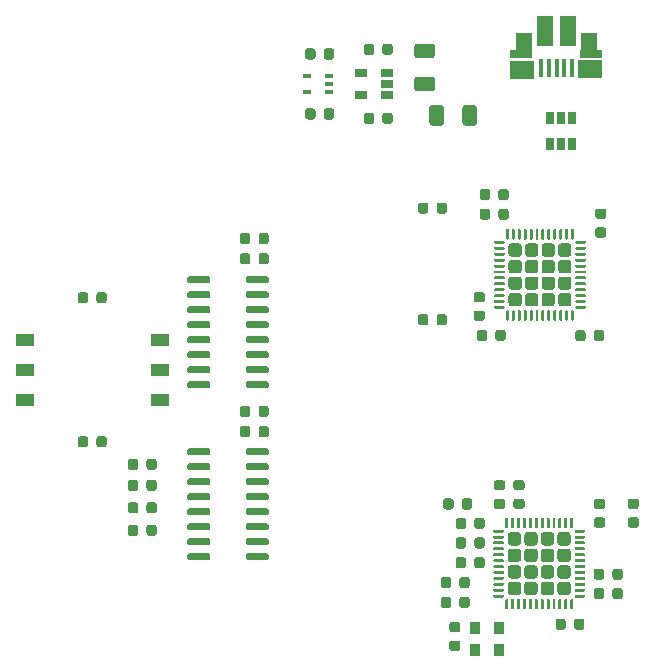
<source format=gbr>
G04 #@! TF.GenerationSoftware,KiCad,Pcbnew,5.1.6*
G04 #@! TF.CreationDate,2020-09-03T22:14:07-05:00*
G04 #@! TF.ProjectId,pcb,7063622e-6b69-4636-9164-5f7063625858,rev?*
G04 #@! TF.SameCoordinates,Original*
G04 #@! TF.FileFunction,Paste,Top*
G04 #@! TF.FilePolarity,Positive*
%FSLAX46Y46*%
G04 Gerber Fmt 4.6, Leading zero omitted, Abs format (unit mm)*
G04 Created by KiCad (PCBNEW 5.1.6) date 2020-09-03 22:14:07*
%MOMM*%
%LPD*%
G01*
G04 APERTURE LIST*
%ADD10R,0.900000X1.000000*%
%ADD11R,1.430000X2.500000*%
%ADD12R,0.400000X1.650000*%
%ADD13R,2.000000X1.500000*%
%ADD14R,1.825000X0.700000*%
%ADD15R,1.350000X2.000000*%
%ADD16R,0.650000X1.060000*%
%ADD17R,0.650000X0.400000*%
%ADD18R,1.060000X0.650000*%
%ADD19R,1.524000X1.016000*%
G04 APERTURE END LIST*
G36*
G01*
X51089850Y-113468900D02*
X51602350Y-113468900D01*
G75*
G02*
X51821100Y-113687650I0J-218750D01*
G01*
X51821100Y-114125150D01*
G75*
G02*
X51602350Y-114343900I-218750J0D01*
G01*
X51089850Y-114343900D01*
G75*
G02*
X50871100Y-114125150I0J218750D01*
G01*
X50871100Y-113687650D01*
G75*
G02*
X51089850Y-113468900I218750J0D01*
G01*
G37*
G36*
G01*
X51089850Y-111893900D02*
X51602350Y-111893900D01*
G75*
G02*
X51821100Y-112112650I0J-218750D01*
G01*
X51821100Y-112550150D01*
G75*
G02*
X51602350Y-112768900I-218750J0D01*
G01*
X51089850Y-112768900D01*
G75*
G02*
X50871100Y-112550150I0J218750D01*
G01*
X50871100Y-112112650D01*
G75*
G02*
X51089850Y-111893900I218750J0D01*
G01*
G37*
D10*
X55117614Y-114279754D03*
X55117614Y-112379754D03*
X53017614Y-112379754D03*
X53017614Y-114279754D03*
D11*
X59009000Y-61861000D03*
X60929000Y-61861000D03*
D12*
X58669000Y-65011000D03*
X59319000Y-65011000D03*
X59969000Y-65011000D03*
X60619000Y-65011000D03*
X61269000Y-65011000D03*
D13*
X57069000Y-65131000D03*
X62819000Y-65111000D03*
D14*
X56969000Y-63811000D03*
X62919000Y-63811000D03*
D15*
X62699000Y-63061000D03*
X57219000Y-63061000D03*
G36*
G01*
X51034200Y-109979750D02*
X51034200Y-110492250D01*
G75*
G02*
X50815450Y-110711000I-218750J0D01*
G01*
X50377950Y-110711000D01*
G75*
G02*
X50159200Y-110492250I0J218750D01*
G01*
X50159200Y-109979750D01*
G75*
G02*
X50377950Y-109761000I218750J0D01*
G01*
X50815450Y-109761000D01*
G75*
G02*
X51034200Y-109979750I0J-218750D01*
G01*
G37*
G36*
G01*
X52609200Y-109979750D02*
X52609200Y-110492250D01*
G75*
G02*
X52390450Y-110711000I-218750J0D01*
G01*
X51952950Y-110711000D01*
G75*
G02*
X51734200Y-110492250I0J218750D01*
G01*
X51734200Y-109979750D01*
G75*
G02*
X51952950Y-109761000I218750J0D01*
G01*
X52390450Y-109761000D01*
G75*
G02*
X52609200Y-109979750I0J-218750D01*
G01*
G37*
G36*
G01*
X52304200Y-106626950D02*
X52304200Y-107139450D01*
G75*
G02*
X52085450Y-107358200I-218750J0D01*
G01*
X51647950Y-107358200D01*
G75*
G02*
X51429200Y-107139450I0J218750D01*
G01*
X51429200Y-106626950D01*
G75*
G02*
X51647950Y-106408200I218750J0D01*
G01*
X52085450Y-106408200D01*
G75*
G02*
X52304200Y-106626950I0J-218750D01*
G01*
G37*
G36*
G01*
X53879200Y-106626950D02*
X53879200Y-107139450D01*
G75*
G02*
X53660450Y-107358200I-218750J0D01*
G01*
X53222950Y-107358200D01*
G75*
G02*
X53004200Y-107139450I0J218750D01*
G01*
X53004200Y-106626950D01*
G75*
G02*
X53222950Y-106408200I218750J0D01*
G01*
X53660450Y-106408200D01*
G75*
G02*
X53879200Y-106626950I0J-218750D01*
G01*
G37*
G36*
G01*
X49803800Y-77116650D02*
X49803800Y-76604150D01*
G75*
G02*
X50022550Y-76385400I218750J0D01*
G01*
X50460050Y-76385400D01*
G75*
G02*
X50678800Y-76604150I0J-218750D01*
G01*
X50678800Y-77116650D01*
G75*
G02*
X50460050Y-77335400I-218750J0D01*
G01*
X50022550Y-77335400D01*
G75*
G02*
X49803800Y-77116650I0J218750D01*
G01*
G37*
G36*
G01*
X48228800Y-77116650D02*
X48228800Y-76604150D01*
G75*
G02*
X48447550Y-76385400I218750J0D01*
G01*
X48885050Y-76385400D01*
G75*
G02*
X49103800Y-76604150I0J-218750D01*
G01*
X49103800Y-77116650D01*
G75*
G02*
X48885050Y-77335400I-218750J0D01*
G01*
X48447550Y-77335400D01*
G75*
G02*
X48228800Y-77116650I0J218750D01*
G01*
G37*
G36*
G01*
X53004200Y-105463050D02*
X53004200Y-104950550D01*
G75*
G02*
X53222950Y-104731800I218750J0D01*
G01*
X53660450Y-104731800D01*
G75*
G02*
X53879200Y-104950550I0J-218750D01*
G01*
X53879200Y-105463050D01*
G75*
G02*
X53660450Y-105681800I-218750J0D01*
G01*
X53222950Y-105681800D01*
G75*
G02*
X53004200Y-105463050I0J218750D01*
G01*
G37*
G36*
G01*
X51429200Y-105463050D02*
X51429200Y-104950550D01*
G75*
G02*
X51647950Y-104731800I218750J0D01*
G01*
X52085450Y-104731800D01*
G75*
G02*
X52304200Y-104950550I0J-218750D01*
G01*
X52304200Y-105463050D01*
G75*
G02*
X52085450Y-105681800I-218750J0D01*
G01*
X51647950Y-105681800D01*
G75*
G02*
X51429200Y-105463050I0J218750D01*
G01*
G37*
G36*
G01*
X66202850Y-103042200D02*
X66715350Y-103042200D01*
G75*
G02*
X66934100Y-103260950I0J-218750D01*
G01*
X66934100Y-103698450D01*
G75*
G02*
X66715350Y-103917200I-218750J0D01*
G01*
X66202850Y-103917200D01*
G75*
G02*
X65984100Y-103698450I0J218750D01*
G01*
X65984100Y-103260950D01*
G75*
G02*
X66202850Y-103042200I218750J0D01*
G01*
G37*
G36*
G01*
X66202850Y-101467200D02*
X66715350Y-101467200D01*
G75*
G02*
X66934100Y-101685950I0J-218750D01*
G01*
X66934100Y-102123450D01*
G75*
G02*
X66715350Y-102342200I-218750J0D01*
G01*
X66202850Y-102342200D01*
G75*
G02*
X65984100Y-102123450I0J218750D01*
G01*
X65984100Y-101685950D01*
G75*
G02*
X66202850Y-101467200I218750J0D01*
G01*
G37*
G36*
G01*
X54082200Y-87373750D02*
X54082200Y-87886250D01*
G75*
G02*
X53863450Y-88105000I-218750J0D01*
G01*
X53425950Y-88105000D01*
G75*
G02*
X53207200Y-87886250I0J218750D01*
G01*
X53207200Y-87373750D01*
G75*
G02*
X53425950Y-87155000I218750J0D01*
G01*
X53863450Y-87155000D01*
G75*
G02*
X54082200Y-87373750I0J-218750D01*
G01*
G37*
G36*
G01*
X55657200Y-87373750D02*
X55657200Y-87886250D01*
G75*
G02*
X55438450Y-88105000I-218750J0D01*
G01*
X55000950Y-88105000D01*
G75*
G02*
X54782200Y-87886250I0J218750D01*
G01*
X54782200Y-87373750D01*
G75*
G02*
X55000950Y-87155000I218750J0D01*
G01*
X55438450Y-87155000D01*
G75*
G02*
X55657200Y-87373750I0J-218750D01*
G01*
G37*
G36*
G01*
X63345350Y-103042200D02*
X63857850Y-103042200D01*
G75*
G02*
X64076600Y-103260950I0J-218750D01*
G01*
X64076600Y-103698450D01*
G75*
G02*
X63857850Y-103917200I-218750J0D01*
G01*
X63345350Y-103917200D01*
G75*
G02*
X63126600Y-103698450I0J218750D01*
G01*
X63126600Y-103260950D01*
G75*
G02*
X63345350Y-103042200I218750J0D01*
G01*
G37*
G36*
G01*
X63345350Y-101467200D02*
X63857850Y-101467200D01*
G75*
G02*
X64076600Y-101685950I0J-218750D01*
G01*
X64076600Y-102123450D01*
G75*
G02*
X63857850Y-102342200I-218750J0D01*
G01*
X63345350Y-102342200D01*
G75*
G02*
X63126600Y-102123450I0J218750D01*
G01*
X63126600Y-101685950D01*
G75*
G02*
X63345350Y-101467200I218750J0D01*
G01*
G37*
G36*
G01*
X21004000Y-84711250D02*
X21004000Y-84198750D01*
G75*
G02*
X21222750Y-83980000I218750J0D01*
G01*
X21660250Y-83980000D01*
G75*
G02*
X21879000Y-84198750I0J-218750D01*
G01*
X21879000Y-84711250D01*
G75*
G02*
X21660250Y-84930000I-218750J0D01*
G01*
X21222750Y-84930000D01*
G75*
G02*
X21004000Y-84711250I0J218750D01*
G01*
G37*
G36*
G01*
X19429000Y-84711250D02*
X19429000Y-84198750D01*
G75*
G02*
X19647750Y-83980000I218750J0D01*
G01*
X20085250Y-83980000D01*
G75*
G02*
X20304000Y-84198750I0J-218750D01*
G01*
X20304000Y-84711250D01*
G75*
G02*
X20085250Y-84930000I-218750J0D01*
G01*
X19647750Y-84930000D01*
G75*
G02*
X19429000Y-84711250I0J218750D01*
G01*
G37*
G36*
G01*
X20304000Y-96390750D02*
X20304000Y-96903250D01*
G75*
G02*
X20085250Y-97122000I-218750J0D01*
G01*
X19647750Y-97122000D01*
G75*
G02*
X19429000Y-96903250I0J218750D01*
G01*
X19429000Y-96390750D01*
G75*
G02*
X19647750Y-96172000I218750J0D01*
G01*
X20085250Y-96172000D01*
G75*
G02*
X20304000Y-96390750I0J-218750D01*
G01*
G37*
G36*
G01*
X21879000Y-96390750D02*
X21879000Y-96903250D01*
G75*
G02*
X21660250Y-97122000I-218750J0D01*
G01*
X21222750Y-97122000D01*
G75*
G02*
X21004000Y-96903250I0J218750D01*
G01*
X21004000Y-96390750D01*
G75*
G02*
X21222750Y-96172000I218750J0D01*
G01*
X21660250Y-96172000D01*
G75*
G02*
X21879000Y-96390750I0J-218750D01*
G01*
G37*
G36*
G01*
X25242000Y-104396250D02*
X25242000Y-103883750D01*
G75*
G02*
X25460750Y-103665000I218750J0D01*
G01*
X25898250Y-103665000D01*
G75*
G02*
X26117000Y-103883750I0J-218750D01*
G01*
X26117000Y-104396250D01*
G75*
G02*
X25898250Y-104615000I-218750J0D01*
G01*
X25460750Y-104615000D01*
G75*
G02*
X25242000Y-104396250I0J218750D01*
G01*
G37*
G36*
G01*
X23667000Y-104396250D02*
X23667000Y-103883750D01*
G75*
G02*
X23885750Y-103665000I218750J0D01*
G01*
X24323250Y-103665000D01*
G75*
G02*
X24542000Y-103883750I0J-218750D01*
G01*
X24542000Y-104396250D01*
G75*
G02*
X24323250Y-104615000I-218750J0D01*
G01*
X23885750Y-104615000D01*
G75*
G02*
X23667000Y-104396250I0J218750D01*
G01*
G37*
G36*
G01*
X25242000Y-102491250D02*
X25242000Y-101978750D01*
G75*
G02*
X25460750Y-101760000I218750J0D01*
G01*
X25898250Y-101760000D01*
G75*
G02*
X26117000Y-101978750I0J-218750D01*
G01*
X26117000Y-102491250D01*
G75*
G02*
X25898250Y-102710000I-218750J0D01*
G01*
X25460750Y-102710000D01*
G75*
G02*
X25242000Y-102491250I0J218750D01*
G01*
G37*
G36*
G01*
X23667000Y-102491250D02*
X23667000Y-101978750D01*
G75*
G02*
X23885750Y-101760000I218750J0D01*
G01*
X24323250Y-101760000D01*
G75*
G02*
X24542000Y-101978750I0J-218750D01*
G01*
X24542000Y-102491250D01*
G75*
G02*
X24323250Y-102710000I-218750J0D01*
G01*
X23885750Y-102710000D01*
G75*
G02*
X23667000Y-102491250I0J218750D01*
G01*
G37*
G36*
G01*
X24542000Y-98295750D02*
X24542000Y-98808250D01*
G75*
G02*
X24323250Y-99027000I-218750J0D01*
G01*
X23885750Y-99027000D01*
G75*
G02*
X23667000Y-98808250I0J218750D01*
G01*
X23667000Y-98295750D01*
G75*
G02*
X23885750Y-98077000I218750J0D01*
G01*
X24323250Y-98077000D01*
G75*
G02*
X24542000Y-98295750I0J-218750D01*
G01*
G37*
G36*
G01*
X26117000Y-98295750D02*
X26117000Y-98808250D01*
G75*
G02*
X25898250Y-99027000I-218750J0D01*
G01*
X25460750Y-99027000D01*
G75*
G02*
X25242000Y-98808250I0J218750D01*
G01*
X25242000Y-98295750D01*
G75*
G02*
X25460750Y-98077000I218750J0D01*
G01*
X25898250Y-98077000D01*
G75*
G02*
X26117000Y-98295750I0J-218750D01*
G01*
G37*
G36*
G01*
X25242000Y-100586250D02*
X25242000Y-100073750D01*
G75*
G02*
X25460750Y-99855000I218750J0D01*
G01*
X25898250Y-99855000D01*
G75*
G02*
X26117000Y-100073750I0J-218750D01*
G01*
X26117000Y-100586250D01*
G75*
G02*
X25898250Y-100805000I-218750J0D01*
G01*
X25460750Y-100805000D01*
G75*
G02*
X25242000Y-100586250I0J218750D01*
G01*
G37*
G36*
G01*
X23667000Y-100586250D02*
X23667000Y-100073750D01*
G75*
G02*
X23885750Y-99855000I218750J0D01*
G01*
X24323250Y-99855000D01*
G75*
G02*
X24542000Y-100073750I0J-218750D01*
G01*
X24542000Y-100586250D01*
G75*
G02*
X24323250Y-100805000I-218750J0D01*
G01*
X23885750Y-100805000D01*
G75*
G02*
X23667000Y-100586250I0J218750D01*
G01*
G37*
G36*
G01*
X57037950Y-100767400D02*
X56525450Y-100767400D01*
G75*
G02*
X56306700Y-100548650I0J218750D01*
G01*
X56306700Y-100111150D01*
G75*
G02*
X56525450Y-99892400I218750J0D01*
G01*
X57037950Y-99892400D01*
G75*
G02*
X57256700Y-100111150I0J-218750D01*
G01*
X57256700Y-100548650D01*
G75*
G02*
X57037950Y-100767400I-218750J0D01*
G01*
G37*
G36*
G01*
X57037950Y-102342400D02*
X56525450Y-102342400D01*
G75*
G02*
X56306700Y-102123650I0J218750D01*
G01*
X56306700Y-101686150D01*
G75*
G02*
X56525450Y-101467400I218750J0D01*
G01*
X57037950Y-101467400D01*
G75*
G02*
X57256700Y-101686150I0J-218750D01*
G01*
X57256700Y-102123650D01*
G75*
G02*
X57037950Y-102342400I-218750J0D01*
G01*
G37*
G36*
G01*
X51034200Y-108303350D02*
X51034200Y-108815850D01*
G75*
G02*
X50815450Y-109034600I-218750J0D01*
G01*
X50377950Y-109034600D01*
G75*
G02*
X50159200Y-108815850I0J218750D01*
G01*
X50159200Y-108303350D01*
G75*
G02*
X50377950Y-108084600I218750J0D01*
G01*
X50815450Y-108084600D01*
G75*
G02*
X51034200Y-108303350I0J-218750D01*
G01*
G37*
G36*
G01*
X52609200Y-108303350D02*
X52609200Y-108815850D01*
G75*
G02*
X52390450Y-109034600I-218750J0D01*
G01*
X51952950Y-109034600D01*
G75*
G02*
X51734200Y-108815850I0J218750D01*
G01*
X51734200Y-108303350D01*
G75*
G02*
X51952950Y-108084600I218750J0D01*
G01*
X52390450Y-108084600D01*
G75*
G02*
X52609200Y-108303350I0J-218750D01*
G01*
G37*
G36*
G01*
X55386950Y-100767400D02*
X54874450Y-100767400D01*
G75*
G02*
X54655700Y-100548650I0J218750D01*
G01*
X54655700Y-100111150D01*
G75*
G02*
X54874450Y-99892400I218750J0D01*
G01*
X55386950Y-99892400D01*
G75*
G02*
X55605700Y-100111150I0J-218750D01*
G01*
X55605700Y-100548650D01*
G75*
G02*
X55386950Y-100767400I-218750J0D01*
G01*
G37*
G36*
G01*
X55386950Y-102342400D02*
X54874450Y-102342400D01*
G75*
G02*
X54655700Y-102123650I0J218750D01*
G01*
X54655700Y-101686150D01*
G75*
G02*
X54874450Y-101467400I218750J0D01*
G01*
X55386950Y-101467400D01*
G75*
G02*
X55605700Y-101686150I0J-218750D01*
G01*
X55605700Y-102123650D01*
G75*
G02*
X55386950Y-102342400I-218750J0D01*
G01*
G37*
G36*
G01*
X60749700Y-111846650D02*
X60749700Y-112359150D01*
G75*
G02*
X60530950Y-112577900I-218750J0D01*
G01*
X60093450Y-112577900D01*
G75*
G02*
X59874700Y-112359150I0J218750D01*
G01*
X59874700Y-111846650D01*
G75*
G02*
X60093450Y-111627900I218750J0D01*
G01*
X60530950Y-111627900D01*
G75*
G02*
X60749700Y-111846650I0J-218750D01*
G01*
G37*
G36*
G01*
X62324700Y-111846650D02*
X62324700Y-112359150D01*
G75*
G02*
X62105950Y-112577900I-218750J0D01*
G01*
X61668450Y-112577900D01*
G75*
G02*
X61449700Y-112359150I0J218750D01*
G01*
X61449700Y-111846650D01*
G75*
G02*
X61668450Y-111627900I218750J0D01*
G01*
X62105950Y-111627900D01*
G75*
G02*
X62324700Y-111846650I0J-218750D01*
G01*
G37*
G36*
G01*
X64688200Y-108104650D02*
X64688200Y-107592150D01*
G75*
G02*
X64906950Y-107373400I218750J0D01*
G01*
X65344450Y-107373400D01*
G75*
G02*
X65563200Y-107592150I0J-218750D01*
G01*
X65563200Y-108104650D01*
G75*
G02*
X65344450Y-108323400I-218750J0D01*
G01*
X64906950Y-108323400D01*
G75*
G02*
X64688200Y-108104650I0J218750D01*
G01*
G37*
G36*
G01*
X63113200Y-108104650D02*
X63113200Y-107592150D01*
G75*
G02*
X63331950Y-107373400I218750J0D01*
G01*
X63769450Y-107373400D01*
G75*
G02*
X63988200Y-107592150I0J-218750D01*
G01*
X63988200Y-108104650D01*
G75*
G02*
X63769450Y-108323400I-218750J0D01*
G01*
X63331950Y-108323400D01*
G75*
G02*
X63113200Y-108104650I0J218750D01*
G01*
G37*
G36*
G01*
X64688200Y-109755650D02*
X64688200Y-109243150D01*
G75*
G02*
X64906950Y-109024400I218750J0D01*
G01*
X65344450Y-109024400D01*
G75*
G02*
X65563200Y-109243150I0J-218750D01*
G01*
X65563200Y-109755650D01*
G75*
G02*
X65344450Y-109974400I-218750J0D01*
G01*
X64906950Y-109974400D01*
G75*
G02*
X64688200Y-109755650I0J218750D01*
G01*
G37*
G36*
G01*
X63113200Y-109755650D02*
X63113200Y-109243150D01*
G75*
G02*
X63331950Y-109024400I218750J0D01*
G01*
X63769450Y-109024400D01*
G75*
G02*
X63988200Y-109243150I0J-218750D01*
G01*
X63988200Y-109755650D01*
G75*
G02*
X63769450Y-109974400I-218750J0D01*
G01*
X63331950Y-109974400D01*
G75*
G02*
X63113200Y-109755650I0J218750D01*
G01*
G37*
G36*
G01*
X49103800Y-86052950D02*
X49103800Y-86565450D01*
G75*
G02*
X48885050Y-86784200I-218750J0D01*
G01*
X48447550Y-86784200D01*
G75*
G02*
X48228800Y-86565450I0J218750D01*
G01*
X48228800Y-86052950D01*
G75*
G02*
X48447550Y-85834200I218750J0D01*
G01*
X48885050Y-85834200D01*
G75*
G02*
X49103800Y-86052950I0J-218750D01*
G01*
G37*
G36*
G01*
X50678800Y-86052950D02*
X50678800Y-86565450D01*
G75*
G02*
X50460050Y-86784200I-218750J0D01*
G01*
X50022550Y-86784200D01*
G75*
G02*
X49803800Y-86565450I0J218750D01*
G01*
X49803800Y-86052950D01*
G75*
G02*
X50022550Y-85834200I218750J0D01*
G01*
X50460050Y-85834200D01*
G75*
G02*
X50678800Y-86052950I0J-218750D01*
G01*
G37*
G36*
G01*
X51237400Y-101648550D02*
X51237400Y-102161050D01*
G75*
G02*
X51018650Y-102379800I-218750J0D01*
G01*
X50581150Y-102379800D01*
G75*
G02*
X50362400Y-102161050I0J218750D01*
G01*
X50362400Y-101648550D01*
G75*
G02*
X50581150Y-101429800I218750J0D01*
G01*
X51018650Y-101429800D01*
G75*
G02*
X51237400Y-101648550I0J-218750D01*
G01*
G37*
G36*
G01*
X52812400Y-101648550D02*
X52812400Y-102161050D01*
G75*
G02*
X52593650Y-102379800I-218750J0D01*
G01*
X52156150Y-102379800D01*
G75*
G02*
X51937400Y-102161050I0J218750D01*
G01*
X51937400Y-101648550D01*
G75*
G02*
X52156150Y-101429800I218750J0D01*
G01*
X52593650Y-101429800D01*
G75*
G02*
X52812400Y-101648550I0J-218750D01*
G01*
G37*
G36*
G01*
X52304200Y-103299550D02*
X52304200Y-103812050D01*
G75*
G02*
X52085450Y-104030800I-218750J0D01*
G01*
X51647950Y-104030800D01*
G75*
G02*
X51429200Y-103812050I0J218750D01*
G01*
X51429200Y-103299550D01*
G75*
G02*
X51647950Y-103080800I218750J0D01*
G01*
X52085450Y-103080800D01*
G75*
G02*
X52304200Y-103299550I0J-218750D01*
G01*
G37*
G36*
G01*
X53879200Y-103299550D02*
X53879200Y-103812050D01*
G75*
G02*
X53660450Y-104030800I-218750J0D01*
G01*
X53222950Y-104030800D01*
G75*
G02*
X53004200Y-103812050I0J218750D01*
G01*
X53004200Y-103299550D01*
G75*
G02*
X53222950Y-103080800I218750J0D01*
G01*
X53660450Y-103080800D01*
G75*
G02*
X53879200Y-103299550I0J-218750D01*
G01*
G37*
G36*
G01*
X54336200Y-77112150D02*
X54336200Y-77624650D01*
G75*
G02*
X54117450Y-77843400I-218750J0D01*
G01*
X53679950Y-77843400D01*
G75*
G02*
X53461200Y-77624650I0J218750D01*
G01*
X53461200Y-77112150D01*
G75*
G02*
X53679950Y-76893400I218750J0D01*
G01*
X54117450Y-76893400D01*
G75*
G02*
X54336200Y-77112150I0J-218750D01*
G01*
G37*
G36*
G01*
X55911200Y-77112150D02*
X55911200Y-77624650D01*
G75*
G02*
X55692450Y-77843400I-218750J0D01*
G01*
X55254950Y-77843400D01*
G75*
G02*
X55036200Y-77624650I0J218750D01*
G01*
X55036200Y-77112150D01*
G75*
G02*
X55254950Y-76893400I218750J0D01*
G01*
X55692450Y-76893400D01*
G75*
G02*
X55911200Y-77112150I0J-218750D01*
G01*
G37*
G36*
G01*
X63959450Y-77780400D02*
X63446950Y-77780400D01*
G75*
G02*
X63228200Y-77561650I0J218750D01*
G01*
X63228200Y-77124150D01*
G75*
G02*
X63446950Y-76905400I218750J0D01*
G01*
X63959450Y-76905400D01*
G75*
G02*
X64178200Y-77124150I0J-218750D01*
G01*
X64178200Y-77561650D01*
G75*
G02*
X63959450Y-77780400I-218750J0D01*
G01*
G37*
G36*
G01*
X63959450Y-79355400D02*
X63446950Y-79355400D01*
G75*
G02*
X63228200Y-79136650I0J218750D01*
G01*
X63228200Y-78699150D01*
G75*
G02*
X63446950Y-78480400I218750J0D01*
G01*
X63959450Y-78480400D01*
G75*
G02*
X64178200Y-78699150I0J-218750D01*
G01*
X64178200Y-79136650D01*
G75*
G02*
X63959450Y-79355400I-218750J0D01*
G01*
G37*
G36*
G01*
X63113400Y-87911650D02*
X63113400Y-87399150D01*
G75*
G02*
X63332150Y-87180400I218750J0D01*
G01*
X63769650Y-87180400D01*
G75*
G02*
X63988400Y-87399150I0J-218750D01*
G01*
X63988400Y-87911650D01*
G75*
G02*
X63769650Y-88130400I-218750J0D01*
G01*
X63332150Y-88130400D01*
G75*
G02*
X63113400Y-87911650I0J218750D01*
G01*
G37*
G36*
G01*
X61538400Y-87911650D02*
X61538400Y-87399150D01*
G75*
G02*
X61757150Y-87180400I218750J0D01*
G01*
X62194650Y-87180400D01*
G75*
G02*
X62413400Y-87399150I0J-218750D01*
G01*
X62413400Y-87911650D01*
G75*
G02*
X62194650Y-88130400I-218750J0D01*
G01*
X61757150Y-88130400D01*
G75*
G02*
X61538400Y-87911650I0J218750D01*
G01*
G37*
G36*
G01*
X53159950Y-85541600D02*
X53672450Y-85541600D01*
G75*
G02*
X53891200Y-85760350I0J-218750D01*
G01*
X53891200Y-86197850D01*
G75*
G02*
X53672450Y-86416600I-218750J0D01*
G01*
X53159950Y-86416600D01*
G75*
G02*
X52941200Y-86197850I0J218750D01*
G01*
X52941200Y-85760350D01*
G75*
G02*
X53159950Y-85541600I218750J0D01*
G01*
G37*
G36*
G01*
X53159950Y-83966600D02*
X53672450Y-83966600D01*
G75*
G02*
X53891200Y-84185350I0J-218750D01*
G01*
X53891200Y-84622850D01*
G75*
G02*
X53672450Y-84841600I-218750J0D01*
G01*
X53159950Y-84841600D01*
G75*
G02*
X52941200Y-84622850I0J218750D01*
G01*
X52941200Y-84185350D01*
G75*
G02*
X53159950Y-83966600I218750J0D01*
G01*
G37*
G36*
G01*
X54336200Y-75461150D02*
X54336200Y-75973650D01*
G75*
G02*
X54117450Y-76192400I-218750J0D01*
G01*
X53679950Y-76192400D01*
G75*
G02*
X53461200Y-75973650I0J218750D01*
G01*
X53461200Y-75461150D01*
G75*
G02*
X53679950Y-75242400I218750J0D01*
G01*
X54117450Y-75242400D01*
G75*
G02*
X54336200Y-75461150I0J-218750D01*
G01*
G37*
G36*
G01*
X55911200Y-75461150D02*
X55911200Y-75973650D01*
G75*
G02*
X55692450Y-76192400I-218750J0D01*
G01*
X55254950Y-76192400D01*
G75*
G02*
X55036200Y-75973650I0J218750D01*
G01*
X55036200Y-75461150D01*
G75*
G02*
X55254950Y-75242400I218750J0D01*
G01*
X55692450Y-75242400D01*
G75*
G02*
X55911200Y-75461150I0J-218750D01*
G01*
G37*
G36*
G01*
X40253400Y-69141050D02*
X40253400Y-68628550D01*
G75*
G02*
X40472150Y-68409800I218750J0D01*
G01*
X40909650Y-68409800D01*
G75*
G02*
X41128400Y-68628550I0J-218750D01*
G01*
X41128400Y-69141050D01*
G75*
G02*
X40909650Y-69359800I-218750J0D01*
G01*
X40472150Y-69359800D01*
G75*
G02*
X40253400Y-69141050I0J218750D01*
G01*
G37*
G36*
G01*
X38678400Y-69141050D02*
X38678400Y-68628550D01*
G75*
G02*
X38897150Y-68409800I218750J0D01*
G01*
X39334650Y-68409800D01*
G75*
G02*
X39553400Y-68628550I0J-218750D01*
G01*
X39553400Y-69141050D01*
G75*
G02*
X39334650Y-69359800I-218750J0D01*
G01*
X38897150Y-69359800D01*
G75*
G02*
X38678400Y-69141050I0J218750D01*
G01*
G37*
G36*
G01*
X39553400Y-63548550D02*
X39553400Y-64061050D01*
G75*
G02*
X39334650Y-64279800I-218750J0D01*
G01*
X38897150Y-64279800D01*
G75*
G02*
X38678400Y-64061050I0J218750D01*
G01*
X38678400Y-63548550D01*
G75*
G02*
X38897150Y-63329800I218750J0D01*
G01*
X39334650Y-63329800D01*
G75*
G02*
X39553400Y-63548550I0J-218750D01*
G01*
G37*
G36*
G01*
X41128400Y-63548550D02*
X41128400Y-64061050D01*
G75*
G02*
X40909650Y-64279800I-218750J0D01*
G01*
X40472150Y-64279800D01*
G75*
G02*
X40253400Y-64061050I0J218750D01*
G01*
X40253400Y-63548550D01*
G75*
G02*
X40472150Y-63329800I218750J0D01*
G01*
X40909650Y-63329800D01*
G75*
G02*
X41128400Y-63548550I0J-218750D01*
G01*
G37*
G36*
G01*
X45206400Y-69522050D02*
X45206400Y-69009550D01*
G75*
G02*
X45425150Y-68790800I218750J0D01*
G01*
X45862650Y-68790800D01*
G75*
G02*
X46081400Y-69009550I0J-218750D01*
G01*
X46081400Y-69522050D01*
G75*
G02*
X45862650Y-69740800I-218750J0D01*
G01*
X45425150Y-69740800D01*
G75*
G02*
X45206400Y-69522050I0J218750D01*
G01*
G37*
G36*
G01*
X43631400Y-69522050D02*
X43631400Y-69009550D01*
G75*
G02*
X43850150Y-68790800I218750J0D01*
G01*
X44287650Y-68790800D01*
G75*
G02*
X44506400Y-69009550I0J-218750D01*
G01*
X44506400Y-69522050D01*
G75*
G02*
X44287650Y-69740800I-218750J0D01*
G01*
X43850150Y-69740800D01*
G75*
G02*
X43631400Y-69522050I0J218750D01*
G01*
G37*
G36*
G01*
X44506400Y-63167550D02*
X44506400Y-63680050D01*
G75*
G02*
X44287650Y-63898800I-218750J0D01*
G01*
X43850150Y-63898800D01*
G75*
G02*
X43631400Y-63680050I0J218750D01*
G01*
X43631400Y-63167550D01*
G75*
G02*
X43850150Y-62948800I218750J0D01*
G01*
X44287650Y-62948800D01*
G75*
G02*
X44506400Y-63167550I0J-218750D01*
G01*
G37*
G36*
G01*
X46081400Y-63167550D02*
X46081400Y-63680050D01*
G75*
G02*
X45862650Y-63898800I-218750J0D01*
G01*
X45425150Y-63898800D01*
G75*
G02*
X45206400Y-63680050I0J218750D01*
G01*
X45206400Y-63167550D01*
G75*
G02*
X45425150Y-62948800I218750J0D01*
G01*
X45862650Y-62948800D01*
G75*
G02*
X46081400Y-63167550I0J-218750D01*
G01*
G37*
G36*
G01*
X34028900Y-93812650D02*
X34028900Y-94325150D01*
G75*
G02*
X33810150Y-94543900I-218750J0D01*
G01*
X33372650Y-94543900D01*
G75*
G02*
X33153900Y-94325150I0J218750D01*
G01*
X33153900Y-93812650D01*
G75*
G02*
X33372650Y-93593900I218750J0D01*
G01*
X33810150Y-93593900D01*
G75*
G02*
X34028900Y-93812650I0J-218750D01*
G01*
G37*
G36*
G01*
X35603900Y-93812650D02*
X35603900Y-94325150D01*
G75*
G02*
X35385150Y-94543900I-218750J0D01*
G01*
X34947650Y-94543900D01*
G75*
G02*
X34728900Y-94325150I0J218750D01*
G01*
X34728900Y-93812650D01*
G75*
G02*
X34947650Y-93593900I218750J0D01*
G01*
X35385150Y-93593900D01*
G75*
G02*
X35603900Y-93812650I0J-218750D01*
G01*
G37*
G36*
G01*
X34028900Y-79182250D02*
X34028900Y-79694750D01*
G75*
G02*
X33810150Y-79913500I-218750J0D01*
G01*
X33372650Y-79913500D01*
G75*
G02*
X33153900Y-79694750I0J218750D01*
G01*
X33153900Y-79182250D01*
G75*
G02*
X33372650Y-78963500I218750J0D01*
G01*
X33810150Y-78963500D01*
G75*
G02*
X34028900Y-79182250I0J-218750D01*
G01*
G37*
G36*
G01*
X35603900Y-79182250D02*
X35603900Y-79694750D01*
G75*
G02*
X35385150Y-79913500I-218750J0D01*
G01*
X34947650Y-79913500D01*
G75*
G02*
X34728900Y-79694750I0J218750D01*
G01*
X34728900Y-79182250D01*
G75*
G02*
X34947650Y-78963500I218750J0D01*
G01*
X35385150Y-78963500D01*
G75*
G02*
X35603900Y-79182250I0J-218750D01*
G01*
G37*
G36*
G01*
X34028900Y-95527150D02*
X34028900Y-96039650D01*
G75*
G02*
X33810150Y-96258400I-218750J0D01*
G01*
X33372650Y-96258400D01*
G75*
G02*
X33153900Y-96039650I0J218750D01*
G01*
X33153900Y-95527150D01*
G75*
G02*
X33372650Y-95308400I218750J0D01*
G01*
X33810150Y-95308400D01*
G75*
G02*
X34028900Y-95527150I0J-218750D01*
G01*
G37*
G36*
G01*
X35603900Y-95527150D02*
X35603900Y-96039650D01*
G75*
G02*
X35385150Y-96258400I-218750J0D01*
G01*
X34947650Y-96258400D01*
G75*
G02*
X34728900Y-96039650I0J218750D01*
G01*
X34728900Y-95527150D01*
G75*
G02*
X34947650Y-95308400I218750J0D01*
G01*
X35385150Y-95308400D01*
G75*
G02*
X35603900Y-95527150I0J-218750D01*
G01*
G37*
G36*
G01*
X34028900Y-80896750D02*
X34028900Y-81409250D01*
G75*
G02*
X33810150Y-81628000I-218750J0D01*
G01*
X33372650Y-81628000D01*
G75*
G02*
X33153900Y-81409250I0J218750D01*
G01*
X33153900Y-80896750D01*
G75*
G02*
X33372650Y-80678000I218750J0D01*
G01*
X33810150Y-80678000D01*
G75*
G02*
X34028900Y-80896750I0J-218750D01*
G01*
G37*
G36*
G01*
X35603900Y-80896750D02*
X35603900Y-81409250D01*
G75*
G02*
X35385150Y-81628000I-218750J0D01*
G01*
X34947650Y-81628000D01*
G75*
G02*
X34728900Y-81409250I0J218750D01*
G01*
X34728900Y-80896750D01*
G75*
G02*
X34947650Y-80678000I218750J0D01*
G01*
X35385150Y-80678000D01*
G75*
G02*
X35603900Y-80896750I0J-218750D01*
G01*
G37*
G36*
G01*
X60093200Y-84931400D02*
X60093200Y-84301400D01*
G75*
G02*
X60343200Y-84051400I250000J0D01*
G01*
X60973200Y-84051400D01*
G75*
G02*
X61223200Y-84301400I0J-250000D01*
G01*
X61223200Y-84931400D01*
G75*
G02*
X60973200Y-85181400I-250000J0D01*
G01*
X60343200Y-85181400D01*
G75*
G02*
X60093200Y-84931400I0J250000D01*
G01*
G37*
G36*
G01*
X60093200Y-83531400D02*
X60093200Y-82901400D01*
G75*
G02*
X60343200Y-82651400I250000J0D01*
G01*
X60973200Y-82651400D01*
G75*
G02*
X61223200Y-82901400I0J-250000D01*
G01*
X61223200Y-83531400D01*
G75*
G02*
X60973200Y-83781400I-250000J0D01*
G01*
X60343200Y-83781400D01*
G75*
G02*
X60093200Y-83531400I0J250000D01*
G01*
G37*
G36*
G01*
X60093200Y-82131400D02*
X60093200Y-81501400D01*
G75*
G02*
X60343200Y-81251400I250000J0D01*
G01*
X60973200Y-81251400D01*
G75*
G02*
X61223200Y-81501400I0J-250000D01*
G01*
X61223200Y-82131400D01*
G75*
G02*
X60973200Y-82381400I-250000J0D01*
G01*
X60343200Y-82381400D01*
G75*
G02*
X60093200Y-82131400I0J250000D01*
G01*
G37*
G36*
G01*
X60093200Y-80731400D02*
X60093200Y-80101400D01*
G75*
G02*
X60343200Y-79851400I250000J0D01*
G01*
X60973200Y-79851400D01*
G75*
G02*
X61223200Y-80101400I0J-250000D01*
G01*
X61223200Y-80731400D01*
G75*
G02*
X60973200Y-80981400I-250000J0D01*
G01*
X60343200Y-80981400D01*
G75*
G02*
X60093200Y-80731400I0J250000D01*
G01*
G37*
G36*
G01*
X58693200Y-84931400D02*
X58693200Y-84301400D01*
G75*
G02*
X58943200Y-84051400I250000J0D01*
G01*
X59573200Y-84051400D01*
G75*
G02*
X59823200Y-84301400I0J-250000D01*
G01*
X59823200Y-84931400D01*
G75*
G02*
X59573200Y-85181400I-250000J0D01*
G01*
X58943200Y-85181400D01*
G75*
G02*
X58693200Y-84931400I0J250000D01*
G01*
G37*
G36*
G01*
X58693200Y-83531400D02*
X58693200Y-82901400D01*
G75*
G02*
X58943200Y-82651400I250000J0D01*
G01*
X59573200Y-82651400D01*
G75*
G02*
X59823200Y-82901400I0J-250000D01*
G01*
X59823200Y-83531400D01*
G75*
G02*
X59573200Y-83781400I-250000J0D01*
G01*
X58943200Y-83781400D01*
G75*
G02*
X58693200Y-83531400I0J250000D01*
G01*
G37*
G36*
G01*
X58693200Y-82131400D02*
X58693200Y-81501400D01*
G75*
G02*
X58943200Y-81251400I250000J0D01*
G01*
X59573200Y-81251400D01*
G75*
G02*
X59823200Y-81501400I0J-250000D01*
G01*
X59823200Y-82131400D01*
G75*
G02*
X59573200Y-82381400I-250000J0D01*
G01*
X58943200Y-82381400D01*
G75*
G02*
X58693200Y-82131400I0J250000D01*
G01*
G37*
G36*
G01*
X58693200Y-80731400D02*
X58693200Y-80101400D01*
G75*
G02*
X58943200Y-79851400I250000J0D01*
G01*
X59573200Y-79851400D01*
G75*
G02*
X59823200Y-80101400I0J-250000D01*
G01*
X59823200Y-80731400D01*
G75*
G02*
X59573200Y-80981400I-250000J0D01*
G01*
X58943200Y-80981400D01*
G75*
G02*
X58693200Y-80731400I0J250000D01*
G01*
G37*
G36*
G01*
X57293200Y-84931400D02*
X57293200Y-84301400D01*
G75*
G02*
X57543200Y-84051400I250000J0D01*
G01*
X58173200Y-84051400D01*
G75*
G02*
X58423200Y-84301400I0J-250000D01*
G01*
X58423200Y-84931400D01*
G75*
G02*
X58173200Y-85181400I-250000J0D01*
G01*
X57543200Y-85181400D01*
G75*
G02*
X57293200Y-84931400I0J250000D01*
G01*
G37*
G36*
G01*
X57293200Y-83531400D02*
X57293200Y-82901400D01*
G75*
G02*
X57543200Y-82651400I250000J0D01*
G01*
X58173200Y-82651400D01*
G75*
G02*
X58423200Y-82901400I0J-250000D01*
G01*
X58423200Y-83531400D01*
G75*
G02*
X58173200Y-83781400I-250000J0D01*
G01*
X57543200Y-83781400D01*
G75*
G02*
X57293200Y-83531400I0J250000D01*
G01*
G37*
G36*
G01*
X57293200Y-82131400D02*
X57293200Y-81501400D01*
G75*
G02*
X57543200Y-81251400I250000J0D01*
G01*
X58173200Y-81251400D01*
G75*
G02*
X58423200Y-81501400I0J-250000D01*
G01*
X58423200Y-82131400D01*
G75*
G02*
X58173200Y-82381400I-250000J0D01*
G01*
X57543200Y-82381400D01*
G75*
G02*
X57293200Y-82131400I0J250000D01*
G01*
G37*
G36*
G01*
X57293200Y-80731400D02*
X57293200Y-80101400D01*
G75*
G02*
X57543200Y-79851400I250000J0D01*
G01*
X58173200Y-79851400D01*
G75*
G02*
X58423200Y-80101400I0J-250000D01*
G01*
X58423200Y-80731400D01*
G75*
G02*
X58173200Y-80981400I-250000J0D01*
G01*
X57543200Y-80981400D01*
G75*
G02*
X57293200Y-80731400I0J250000D01*
G01*
G37*
G36*
G01*
X55893200Y-84931400D02*
X55893200Y-84301400D01*
G75*
G02*
X56143200Y-84051400I250000J0D01*
G01*
X56773200Y-84051400D01*
G75*
G02*
X57023200Y-84301400I0J-250000D01*
G01*
X57023200Y-84931400D01*
G75*
G02*
X56773200Y-85181400I-250000J0D01*
G01*
X56143200Y-85181400D01*
G75*
G02*
X55893200Y-84931400I0J250000D01*
G01*
G37*
G36*
G01*
X55893200Y-83531400D02*
X55893200Y-82901400D01*
G75*
G02*
X56143200Y-82651400I250000J0D01*
G01*
X56773200Y-82651400D01*
G75*
G02*
X57023200Y-82901400I0J-250000D01*
G01*
X57023200Y-83531400D01*
G75*
G02*
X56773200Y-83781400I-250000J0D01*
G01*
X56143200Y-83781400D01*
G75*
G02*
X55893200Y-83531400I0J250000D01*
G01*
G37*
G36*
G01*
X55893200Y-82131400D02*
X55893200Y-81501400D01*
G75*
G02*
X56143200Y-81251400I250000J0D01*
G01*
X56773200Y-81251400D01*
G75*
G02*
X57023200Y-81501400I0J-250000D01*
G01*
X57023200Y-82131400D01*
G75*
G02*
X56773200Y-82381400I-250000J0D01*
G01*
X56143200Y-82381400D01*
G75*
G02*
X55893200Y-82131400I0J250000D01*
G01*
G37*
G36*
G01*
X55893200Y-80731400D02*
X55893200Y-80101400D01*
G75*
G02*
X56143200Y-79851400I250000J0D01*
G01*
X56773200Y-79851400D01*
G75*
G02*
X57023200Y-80101400I0J-250000D01*
G01*
X57023200Y-80731400D01*
G75*
G02*
X56773200Y-80981400I-250000J0D01*
G01*
X56143200Y-80981400D01*
G75*
G02*
X55893200Y-80731400I0J250000D01*
G01*
G37*
G36*
G01*
X55683200Y-79453900D02*
X55683200Y-78703900D01*
G75*
G02*
X55745700Y-78641400I62500J0D01*
G01*
X55870700Y-78641400D01*
G75*
G02*
X55933200Y-78703900I0J-62500D01*
G01*
X55933200Y-79453900D01*
G75*
G02*
X55870700Y-79516400I-62500J0D01*
G01*
X55745700Y-79516400D01*
G75*
G02*
X55683200Y-79453900I0J62500D01*
G01*
G37*
G36*
G01*
X56183200Y-79453900D02*
X56183200Y-78703900D01*
G75*
G02*
X56245700Y-78641400I62500J0D01*
G01*
X56370700Y-78641400D01*
G75*
G02*
X56433200Y-78703900I0J-62500D01*
G01*
X56433200Y-79453900D01*
G75*
G02*
X56370700Y-79516400I-62500J0D01*
G01*
X56245700Y-79516400D01*
G75*
G02*
X56183200Y-79453900I0J62500D01*
G01*
G37*
G36*
G01*
X56683200Y-79453900D02*
X56683200Y-78703900D01*
G75*
G02*
X56745700Y-78641400I62500J0D01*
G01*
X56870700Y-78641400D01*
G75*
G02*
X56933200Y-78703900I0J-62500D01*
G01*
X56933200Y-79453900D01*
G75*
G02*
X56870700Y-79516400I-62500J0D01*
G01*
X56745700Y-79516400D01*
G75*
G02*
X56683200Y-79453900I0J62500D01*
G01*
G37*
G36*
G01*
X57183200Y-79453900D02*
X57183200Y-78703900D01*
G75*
G02*
X57245700Y-78641400I62500J0D01*
G01*
X57370700Y-78641400D01*
G75*
G02*
X57433200Y-78703900I0J-62500D01*
G01*
X57433200Y-79453900D01*
G75*
G02*
X57370700Y-79516400I-62500J0D01*
G01*
X57245700Y-79516400D01*
G75*
G02*
X57183200Y-79453900I0J62500D01*
G01*
G37*
G36*
G01*
X57683200Y-79453900D02*
X57683200Y-78703900D01*
G75*
G02*
X57745700Y-78641400I62500J0D01*
G01*
X57870700Y-78641400D01*
G75*
G02*
X57933200Y-78703900I0J-62500D01*
G01*
X57933200Y-79453900D01*
G75*
G02*
X57870700Y-79516400I-62500J0D01*
G01*
X57745700Y-79516400D01*
G75*
G02*
X57683200Y-79453900I0J62500D01*
G01*
G37*
G36*
G01*
X58183200Y-79453900D02*
X58183200Y-78703900D01*
G75*
G02*
X58245700Y-78641400I62500J0D01*
G01*
X58370700Y-78641400D01*
G75*
G02*
X58433200Y-78703900I0J-62500D01*
G01*
X58433200Y-79453900D01*
G75*
G02*
X58370700Y-79516400I-62500J0D01*
G01*
X58245700Y-79516400D01*
G75*
G02*
X58183200Y-79453900I0J62500D01*
G01*
G37*
G36*
G01*
X58683200Y-79453900D02*
X58683200Y-78703900D01*
G75*
G02*
X58745700Y-78641400I62500J0D01*
G01*
X58870700Y-78641400D01*
G75*
G02*
X58933200Y-78703900I0J-62500D01*
G01*
X58933200Y-79453900D01*
G75*
G02*
X58870700Y-79516400I-62500J0D01*
G01*
X58745700Y-79516400D01*
G75*
G02*
X58683200Y-79453900I0J62500D01*
G01*
G37*
G36*
G01*
X59183200Y-79453900D02*
X59183200Y-78703900D01*
G75*
G02*
X59245700Y-78641400I62500J0D01*
G01*
X59370700Y-78641400D01*
G75*
G02*
X59433200Y-78703900I0J-62500D01*
G01*
X59433200Y-79453900D01*
G75*
G02*
X59370700Y-79516400I-62500J0D01*
G01*
X59245700Y-79516400D01*
G75*
G02*
X59183200Y-79453900I0J62500D01*
G01*
G37*
G36*
G01*
X59683200Y-79453900D02*
X59683200Y-78703900D01*
G75*
G02*
X59745700Y-78641400I62500J0D01*
G01*
X59870700Y-78641400D01*
G75*
G02*
X59933200Y-78703900I0J-62500D01*
G01*
X59933200Y-79453900D01*
G75*
G02*
X59870700Y-79516400I-62500J0D01*
G01*
X59745700Y-79516400D01*
G75*
G02*
X59683200Y-79453900I0J62500D01*
G01*
G37*
G36*
G01*
X60183200Y-79453900D02*
X60183200Y-78703900D01*
G75*
G02*
X60245700Y-78641400I62500J0D01*
G01*
X60370700Y-78641400D01*
G75*
G02*
X60433200Y-78703900I0J-62500D01*
G01*
X60433200Y-79453900D01*
G75*
G02*
X60370700Y-79516400I-62500J0D01*
G01*
X60245700Y-79516400D01*
G75*
G02*
X60183200Y-79453900I0J62500D01*
G01*
G37*
G36*
G01*
X60683200Y-79453900D02*
X60683200Y-78703900D01*
G75*
G02*
X60745700Y-78641400I62500J0D01*
G01*
X60870700Y-78641400D01*
G75*
G02*
X60933200Y-78703900I0J-62500D01*
G01*
X60933200Y-79453900D01*
G75*
G02*
X60870700Y-79516400I-62500J0D01*
G01*
X60745700Y-79516400D01*
G75*
G02*
X60683200Y-79453900I0J62500D01*
G01*
G37*
G36*
G01*
X61183200Y-79453900D02*
X61183200Y-78703900D01*
G75*
G02*
X61245700Y-78641400I62500J0D01*
G01*
X61370700Y-78641400D01*
G75*
G02*
X61433200Y-78703900I0J-62500D01*
G01*
X61433200Y-79453900D01*
G75*
G02*
X61370700Y-79516400I-62500J0D01*
G01*
X61245700Y-79516400D01*
G75*
G02*
X61183200Y-79453900I0J62500D01*
G01*
G37*
G36*
G01*
X61558200Y-79828900D02*
X61558200Y-79703900D01*
G75*
G02*
X61620700Y-79641400I62500J0D01*
G01*
X62370700Y-79641400D01*
G75*
G02*
X62433200Y-79703900I0J-62500D01*
G01*
X62433200Y-79828900D01*
G75*
G02*
X62370700Y-79891400I-62500J0D01*
G01*
X61620700Y-79891400D01*
G75*
G02*
X61558200Y-79828900I0J62500D01*
G01*
G37*
G36*
G01*
X61558200Y-80328900D02*
X61558200Y-80203900D01*
G75*
G02*
X61620700Y-80141400I62500J0D01*
G01*
X62370700Y-80141400D01*
G75*
G02*
X62433200Y-80203900I0J-62500D01*
G01*
X62433200Y-80328900D01*
G75*
G02*
X62370700Y-80391400I-62500J0D01*
G01*
X61620700Y-80391400D01*
G75*
G02*
X61558200Y-80328900I0J62500D01*
G01*
G37*
G36*
G01*
X61558200Y-80828900D02*
X61558200Y-80703900D01*
G75*
G02*
X61620700Y-80641400I62500J0D01*
G01*
X62370700Y-80641400D01*
G75*
G02*
X62433200Y-80703900I0J-62500D01*
G01*
X62433200Y-80828900D01*
G75*
G02*
X62370700Y-80891400I-62500J0D01*
G01*
X61620700Y-80891400D01*
G75*
G02*
X61558200Y-80828900I0J62500D01*
G01*
G37*
G36*
G01*
X61558200Y-81328900D02*
X61558200Y-81203900D01*
G75*
G02*
X61620700Y-81141400I62500J0D01*
G01*
X62370700Y-81141400D01*
G75*
G02*
X62433200Y-81203900I0J-62500D01*
G01*
X62433200Y-81328900D01*
G75*
G02*
X62370700Y-81391400I-62500J0D01*
G01*
X61620700Y-81391400D01*
G75*
G02*
X61558200Y-81328900I0J62500D01*
G01*
G37*
G36*
G01*
X61558200Y-81828900D02*
X61558200Y-81703900D01*
G75*
G02*
X61620700Y-81641400I62500J0D01*
G01*
X62370700Y-81641400D01*
G75*
G02*
X62433200Y-81703900I0J-62500D01*
G01*
X62433200Y-81828900D01*
G75*
G02*
X62370700Y-81891400I-62500J0D01*
G01*
X61620700Y-81891400D01*
G75*
G02*
X61558200Y-81828900I0J62500D01*
G01*
G37*
G36*
G01*
X61558200Y-82328900D02*
X61558200Y-82203900D01*
G75*
G02*
X61620700Y-82141400I62500J0D01*
G01*
X62370700Y-82141400D01*
G75*
G02*
X62433200Y-82203900I0J-62500D01*
G01*
X62433200Y-82328900D01*
G75*
G02*
X62370700Y-82391400I-62500J0D01*
G01*
X61620700Y-82391400D01*
G75*
G02*
X61558200Y-82328900I0J62500D01*
G01*
G37*
G36*
G01*
X61558200Y-82828900D02*
X61558200Y-82703900D01*
G75*
G02*
X61620700Y-82641400I62500J0D01*
G01*
X62370700Y-82641400D01*
G75*
G02*
X62433200Y-82703900I0J-62500D01*
G01*
X62433200Y-82828900D01*
G75*
G02*
X62370700Y-82891400I-62500J0D01*
G01*
X61620700Y-82891400D01*
G75*
G02*
X61558200Y-82828900I0J62500D01*
G01*
G37*
G36*
G01*
X61558200Y-83328900D02*
X61558200Y-83203900D01*
G75*
G02*
X61620700Y-83141400I62500J0D01*
G01*
X62370700Y-83141400D01*
G75*
G02*
X62433200Y-83203900I0J-62500D01*
G01*
X62433200Y-83328900D01*
G75*
G02*
X62370700Y-83391400I-62500J0D01*
G01*
X61620700Y-83391400D01*
G75*
G02*
X61558200Y-83328900I0J62500D01*
G01*
G37*
G36*
G01*
X61558200Y-83828900D02*
X61558200Y-83703900D01*
G75*
G02*
X61620700Y-83641400I62500J0D01*
G01*
X62370700Y-83641400D01*
G75*
G02*
X62433200Y-83703900I0J-62500D01*
G01*
X62433200Y-83828900D01*
G75*
G02*
X62370700Y-83891400I-62500J0D01*
G01*
X61620700Y-83891400D01*
G75*
G02*
X61558200Y-83828900I0J62500D01*
G01*
G37*
G36*
G01*
X61558200Y-84328900D02*
X61558200Y-84203900D01*
G75*
G02*
X61620700Y-84141400I62500J0D01*
G01*
X62370700Y-84141400D01*
G75*
G02*
X62433200Y-84203900I0J-62500D01*
G01*
X62433200Y-84328900D01*
G75*
G02*
X62370700Y-84391400I-62500J0D01*
G01*
X61620700Y-84391400D01*
G75*
G02*
X61558200Y-84328900I0J62500D01*
G01*
G37*
G36*
G01*
X61558200Y-84828900D02*
X61558200Y-84703900D01*
G75*
G02*
X61620700Y-84641400I62500J0D01*
G01*
X62370700Y-84641400D01*
G75*
G02*
X62433200Y-84703900I0J-62500D01*
G01*
X62433200Y-84828900D01*
G75*
G02*
X62370700Y-84891400I-62500J0D01*
G01*
X61620700Y-84891400D01*
G75*
G02*
X61558200Y-84828900I0J62500D01*
G01*
G37*
G36*
G01*
X61558200Y-85328900D02*
X61558200Y-85203900D01*
G75*
G02*
X61620700Y-85141400I62500J0D01*
G01*
X62370700Y-85141400D01*
G75*
G02*
X62433200Y-85203900I0J-62500D01*
G01*
X62433200Y-85328900D01*
G75*
G02*
X62370700Y-85391400I-62500J0D01*
G01*
X61620700Y-85391400D01*
G75*
G02*
X61558200Y-85328900I0J62500D01*
G01*
G37*
G36*
G01*
X61183200Y-86328900D02*
X61183200Y-85578900D01*
G75*
G02*
X61245700Y-85516400I62500J0D01*
G01*
X61370700Y-85516400D01*
G75*
G02*
X61433200Y-85578900I0J-62500D01*
G01*
X61433200Y-86328900D01*
G75*
G02*
X61370700Y-86391400I-62500J0D01*
G01*
X61245700Y-86391400D01*
G75*
G02*
X61183200Y-86328900I0J62500D01*
G01*
G37*
G36*
G01*
X60683200Y-86328900D02*
X60683200Y-85578900D01*
G75*
G02*
X60745700Y-85516400I62500J0D01*
G01*
X60870700Y-85516400D01*
G75*
G02*
X60933200Y-85578900I0J-62500D01*
G01*
X60933200Y-86328900D01*
G75*
G02*
X60870700Y-86391400I-62500J0D01*
G01*
X60745700Y-86391400D01*
G75*
G02*
X60683200Y-86328900I0J62500D01*
G01*
G37*
G36*
G01*
X60183200Y-86328900D02*
X60183200Y-85578900D01*
G75*
G02*
X60245700Y-85516400I62500J0D01*
G01*
X60370700Y-85516400D01*
G75*
G02*
X60433200Y-85578900I0J-62500D01*
G01*
X60433200Y-86328900D01*
G75*
G02*
X60370700Y-86391400I-62500J0D01*
G01*
X60245700Y-86391400D01*
G75*
G02*
X60183200Y-86328900I0J62500D01*
G01*
G37*
G36*
G01*
X59683200Y-86328900D02*
X59683200Y-85578900D01*
G75*
G02*
X59745700Y-85516400I62500J0D01*
G01*
X59870700Y-85516400D01*
G75*
G02*
X59933200Y-85578900I0J-62500D01*
G01*
X59933200Y-86328900D01*
G75*
G02*
X59870700Y-86391400I-62500J0D01*
G01*
X59745700Y-86391400D01*
G75*
G02*
X59683200Y-86328900I0J62500D01*
G01*
G37*
G36*
G01*
X59183200Y-86328900D02*
X59183200Y-85578900D01*
G75*
G02*
X59245700Y-85516400I62500J0D01*
G01*
X59370700Y-85516400D01*
G75*
G02*
X59433200Y-85578900I0J-62500D01*
G01*
X59433200Y-86328900D01*
G75*
G02*
X59370700Y-86391400I-62500J0D01*
G01*
X59245700Y-86391400D01*
G75*
G02*
X59183200Y-86328900I0J62500D01*
G01*
G37*
G36*
G01*
X58683200Y-86328900D02*
X58683200Y-85578900D01*
G75*
G02*
X58745700Y-85516400I62500J0D01*
G01*
X58870700Y-85516400D01*
G75*
G02*
X58933200Y-85578900I0J-62500D01*
G01*
X58933200Y-86328900D01*
G75*
G02*
X58870700Y-86391400I-62500J0D01*
G01*
X58745700Y-86391400D01*
G75*
G02*
X58683200Y-86328900I0J62500D01*
G01*
G37*
G36*
G01*
X58183200Y-86328900D02*
X58183200Y-85578900D01*
G75*
G02*
X58245700Y-85516400I62500J0D01*
G01*
X58370700Y-85516400D01*
G75*
G02*
X58433200Y-85578900I0J-62500D01*
G01*
X58433200Y-86328900D01*
G75*
G02*
X58370700Y-86391400I-62500J0D01*
G01*
X58245700Y-86391400D01*
G75*
G02*
X58183200Y-86328900I0J62500D01*
G01*
G37*
G36*
G01*
X57683200Y-86328900D02*
X57683200Y-85578900D01*
G75*
G02*
X57745700Y-85516400I62500J0D01*
G01*
X57870700Y-85516400D01*
G75*
G02*
X57933200Y-85578900I0J-62500D01*
G01*
X57933200Y-86328900D01*
G75*
G02*
X57870700Y-86391400I-62500J0D01*
G01*
X57745700Y-86391400D01*
G75*
G02*
X57683200Y-86328900I0J62500D01*
G01*
G37*
G36*
G01*
X57183200Y-86328900D02*
X57183200Y-85578900D01*
G75*
G02*
X57245700Y-85516400I62500J0D01*
G01*
X57370700Y-85516400D01*
G75*
G02*
X57433200Y-85578900I0J-62500D01*
G01*
X57433200Y-86328900D01*
G75*
G02*
X57370700Y-86391400I-62500J0D01*
G01*
X57245700Y-86391400D01*
G75*
G02*
X57183200Y-86328900I0J62500D01*
G01*
G37*
G36*
G01*
X56683200Y-86328900D02*
X56683200Y-85578900D01*
G75*
G02*
X56745700Y-85516400I62500J0D01*
G01*
X56870700Y-85516400D01*
G75*
G02*
X56933200Y-85578900I0J-62500D01*
G01*
X56933200Y-86328900D01*
G75*
G02*
X56870700Y-86391400I-62500J0D01*
G01*
X56745700Y-86391400D01*
G75*
G02*
X56683200Y-86328900I0J62500D01*
G01*
G37*
G36*
G01*
X56183200Y-86328900D02*
X56183200Y-85578900D01*
G75*
G02*
X56245700Y-85516400I62500J0D01*
G01*
X56370700Y-85516400D01*
G75*
G02*
X56433200Y-85578900I0J-62500D01*
G01*
X56433200Y-86328900D01*
G75*
G02*
X56370700Y-86391400I-62500J0D01*
G01*
X56245700Y-86391400D01*
G75*
G02*
X56183200Y-86328900I0J62500D01*
G01*
G37*
G36*
G01*
X55683200Y-86328900D02*
X55683200Y-85578900D01*
G75*
G02*
X55745700Y-85516400I62500J0D01*
G01*
X55870700Y-85516400D01*
G75*
G02*
X55933200Y-85578900I0J-62500D01*
G01*
X55933200Y-86328900D01*
G75*
G02*
X55870700Y-86391400I-62500J0D01*
G01*
X55745700Y-86391400D01*
G75*
G02*
X55683200Y-86328900I0J62500D01*
G01*
G37*
G36*
G01*
X54683200Y-85328900D02*
X54683200Y-85203900D01*
G75*
G02*
X54745700Y-85141400I62500J0D01*
G01*
X55495700Y-85141400D01*
G75*
G02*
X55558200Y-85203900I0J-62500D01*
G01*
X55558200Y-85328900D01*
G75*
G02*
X55495700Y-85391400I-62500J0D01*
G01*
X54745700Y-85391400D01*
G75*
G02*
X54683200Y-85328900I0J62500D01*
G01*
G37*
G36*
G01*
X54683200Y-84828900D02*
X54683200Y-84703900D01*
G75*
G02*
X54745700Y-84641400I62500J0D01*
G01*
X55495700Y-84641400D01*
G75*
G02*
X55558200Y-84703900I0J-62500D01*
G01*
X55558200Y-84828900D01*
G75*
G02*
X55495700Y-84891400I-62500J0D01*
G01*
X54745700Y-84891400D01*
G75*
G02*
X54683200Y-84828900I0J62500D01*
G01*
G37*
G36*
G01*
X54683200Y-84328900D02*
X54683200Y-84203900D01*
G75*
G02*
X54745700Y-84141400I62500J0D01*
G01*
X55495700Y-84141400D01*
G75*
G02*
X55558200Y-84203900I0J-62500D01*
G01*
X55558200Y-84328900D01*
G75*
G02*
X55495700Y-84391400I-62500J0D01*
G01*
X54745700Y-84391400D01*
G75*
G02*
X54683200Y-84328900I0J62500D01*
G01*
G37*
G36*
G01*
X54683200Y-83828900D02*
X54683200Y-83703900D01*
G75*
G02*
X54745700Y-83641400I62500J0D01*
G01*
X55495700Y-83641400D01*
G75*
G02*
X55558200Y-83703900I0J-62500D01*
G01*
X55558200Y-83828900D01*
G75*
G02*
X55495700Y-83891400I-62500J0D01*
G01*
X54745700Y-83891400D01*
G75*
G02*
X54683200Y-83828900I0J62500D01*
G01*
G37*
G36*
G01*
X54683200Y-83328900D02*
X54683200Y-83203900D01*
G75*
G02*
X54745700Y-83141400I62500J0D01*
G01*
X55495700Y-83141400D01*
G75*
G02*
X55558200Y-83203900I0J-62500D01*
G01*
X55558200Y-83328900D01*
G75*
G02*
X55495700Y-83391400I-62500J0D01*
G01*
X54745700Y-83391400D01*
G75*
G02*
X54683200Y-83328900I0J62500D01*
G01*
G37*
G36*
G01*
X54683200Y-82828900D02*
X54683200Y-82703900D01*
G75*
G02*
X54745700Y-82641400I62500J0D01*
G01*
X55495700Y-82641400D01*
G75*
G02*
X55558200Y-82703900I0J-62500D01*
G01*
X55558200Y-82828900D01*
G75*
G02*
X55495700Y-82891400I-62500J0D01*
G01*
X54745700Y-82891400D01*
G75*
G02*
X54683200Y-82828900I0J62500D01*
G01*
G37*
G36*
G01*
X54683200Y-82328900D02*
X54683200Y-82203900D01*
G75*
G02*
X54745700Y-82141400I62500J0D01*
G01*
X55495700Y-82141400D01*
G75*
G02*
X55558200Y-82203900I0J-62500D01*
G01*
X55558200Y-82328900D01*
G75*
G02*
X55495700Y-82391400I-62500J0D01*
G01*
X54745700Y-82391400D01*
G75*
G02*
X54683200Y-82328900I0J62500D01*
G01*
G37*
G36*
G01*
X54683200Y-81828900D02*
X54683200Y-81703900D01*
G75*
G02*
X54745700Y-81641400I62500J0D01*
G01*
X55495700Y-81641400D01*
G75*
G02*
X55558200Y-81703900I0J-62500D01*
G01*
X55558200Y-81828900D01*
G75*
G02*
X55495700Y-81891400I-62500J0D01*
G01*
X54745700Y-81891400D01*
G75*
G02*
X54683200Y-81828900I0J62500D01*
G01*
G37*
G36*
G01*
X54683200Y-81328900D02*
X54683200Y-81203900D01*
G75*
G02*
X54745700Y-81141400I62500J0D01*
G01*
X55495700Y-81141400D01*
G75*
G02*
X55558200Y-81203900I0J-62500D01*
G01*
X55558200Y-81328900D01*
G75*
G02*
X55495700Y-81391400I-62500J0D01*
G01*
X54745700Y-81391400D01*
G75*
G02*
X54683200Y-81328900I0J62500D01*
G01*
G37*
G36*
G01*
X54683200Y-80828900D02*
X54683200Y-80703900D01*
G75*
G02*
X54745700Y-80641400I62500J0D01*
G01*
X55495700Y-80641400D01*
G75*
G02*
X55558200Y-80703900I0J-62500D01*
G01*
X55558200Y-80828900D01*
G75*
G02*
X55495700Y-80891400I-62500J0D01*
G01*
X54745700Y-80891400D01*
G75*
G02*
X54683200Y-80828900I0J62500D01*
G01*
G37*
G36*
G01*
X54683200Y-80328900D02*
X54683200Y-80203900D01*
G75*
G02*
X54745700Y-80141400I62500J0D01*
G01*
X55495700Y-80141400D01*
G75*
G02*
X55558200Y-80203900I0J-62500D01*
G01*
X55558200Y-80328900D01*
G75*
G02*
X55495700Y-80391400I-62500J0D01*
G01*
X54745700Y-80391400D01*
G75*
G02*
X54683200Y-80328900I0J62500D01*
G01*
G37*
G36*
G01*
X54683200Y-79828900D02*
X54683200Y-79703900D01*
G75*
G02*
X54745700Y-79641400I62500J0D01*
G01*
X55495700Y-79641400D01*
G75*
G02*
X55558200Y-79703900I0J-62500D01*
G01*
X55558200Y-79828900D01*
G75*
G02*
X55495700Y-79891400I-62500J0D01*
G01*
X54745700Y-79891400D01*
G75*
G02*
X54683200Y-79828900I0J62500D01*
G01*
G37*
D16*
X60325000Y-69258000D03*
X59375000Y-69258000D03*
X61275000Y-69258000D03*
X61275000Y-71458000D03*
X60325000Y-71458000D03*
X59375000Y-71458000D03*
D17*
X38826400Y-66994800D03*
X38826400Y-65694800D03*
X40726400Y-66344800D03*
X40726400Y-65694800D03*
X40726400Y-66994800D03*
D18*
X43375400Y-67294800D03*
X43375400Y-65394800D03*
X45575400Y-65394800D03*
X45575400Y-66344800D03*
X45575400Y-67294800D03*
G36*
G01*
X48168400Y-65722800D02*
X49418400Y-65722800D01*
G75*
G02*
X49668400Y-65972800I0J-250000D01*
G01*
X49668400Y-66722800D01*
G75*
G02*
X49418400Y-66972800I-250000J0D01*
G01*
X48168400Y-66972800D01*
G75*
G02*
X47918400Y-66722800I0J250000D01*
G01*
X47918400Y-65972800D01*
G75*
G02*
X48168400Y-65722800I250000J0D01*
G01*
G37*
G36*
G01*
X48168400Y-62922800D02*
X49418400Y-62922800D01*
G75*
G02*
X49668400Y-63172800I0J-250000D01*
G01*
X49668400Y-63922800D01*
G75*
G02*
X49418400Y-64172800I-250000J0D01*
G01*
X48168400Y-64172800D01*
G75*
G02*
X47918400Y-63922800I0J250000D01*
G01*
X47918400Y-63172800D01*
G75*
G02*
X48168400Y-62922800I250000J0D01*
G01*
G37*
G36*
G01*
X51981400Y-69636800D02*
X51981400Y-68386800D01*
G75*
G02*
X52231400Y-68136800I250000J0D01*
G01*
X52981400Y-68136800D01*
G75*
G02*
X53231400Y-68386800I0J-250000D01*
G01*
X53231400Y-69636800D01*
G75*
G02*
X52981400Y-69886800I-250000J0D01*
G01*
X52231400Y-69886800D01*
G75*
G02*
X51981400Y-69636800I0J250000D01*
G01*
G37*
G36*
G01*
X49181400Y-69636800D02*
X49181400Y-68386800D01*
G75*
G02*
X49431400Y-68136800I250000J0D01*
G01*
X50181400Y-68136800D01*
G75*
G02*
X50431400Y-68386800I0J-250000D01*
G01*
X50431400Y-69636800D01*
G75*
G02*
X50181400Y-69886800I-250000J0D01*
G01*
X49431400Y-69886800D01*
G75*
G02*
X49181400Y-69636800I0J250000D01*
G01*
G37*
G36*
G01*
X56961200Y-104544400D02*
X56961200Y-105174400D01*
G75*
G02*
X56711200Y-105424400I-250000J0D01*
G01*
X56081200Y-105424400D01*
G75*
G02*
X55831200Y-105174400I0J250000D01*
G01*
X55831200Y-104544400D01*
G75*
G02*
X56081200Y-104294400I250000J0D01*
G01*
X56711200Y-104294400D01*
G75*
G02*
X56961200Y-104544400I0J-250000D01*
G01*
G37*
G36*
G01*
X56961200Y-105944400D02*
X56961200Y-106574400D01*
G75*
G02*
X56711200Y-106824400I-250000J0D01*
G01*
X56081200Y-106824400D01*
G75*
G02*
X55831200Y-106574400I0J250000D01*
G01*
X55831200Y-105944400D01*
G75*
G02*
X56081200Y-105694400I250000J0D01*
G01*
X56711200Y-105694400D01*
G75*
G02*
X56961200Y-105944400I0J-250000D01*
G01*
G37*
G36*
G01*
X56961200Y-107344400D02*
X56961200Y-107974400D01*
G75*
G02*
X56711200Y-108224400I-250000J0D01*
G01*
X56081200Y-108224400D01*
G75*
G02*
X55831200Y-107974400I0J250000D01*
G01*
X55831200Y-107344400D01*
G75*
G02*
X56081200Y-107094400I250000J0D01*
G01*
X56711200Y-107094400D01*
G75*
G02*
X56961200Y-107344400I0J-250000D01*
G01*
G37*
G36*
G01*
X56961200Y-108744400D02*
X56961200Y-109374400D01*
G75*
G02*
X56711200Y-109624400I-250000J0D01*
G01*
X56081200Y-109624400D01*
G75*
G02*
X55831200Y-109374400I0J250000D01*
G01*
X55831200Y-108744400D01*
G75*
G02*
X56081200Y-108494400I250000J0D01*
G01*
X56711200Y-108494400D01*
G75*
G02*
X56961200Y-108744400I0J-250000D01*
G01*
G37*
G36*
G01*
X58361200Y-104544400D02*
X58361200Y-105174400D01*
G75*
G02*
X58111200Y-105424400I-250000J0D01*
G01*
X57481200Y-105424400D01*
G75*
G02*
X57231200Y-105174400I0J250000D01*
G01*
X57231200Y-104544400D01*
G75*
G02*
X57481200Y-104294400I250000J0D01*
G01*
X58111200Y-104294400D01*
G75*
G02*
X58361200Y-104544400I0J-250000D01*
G01*
G37*
G36*
G01*
X58361200Y-105944400D02*
X58361200Y-106574400D01*
G75*
G02*
X58111200Y-106824400I-250000J0D01*
G01*
X57481200Y-106824400D01*
G75*
G02*
X57231200Y-106574400I0J250000D01*
G01*
X57231200Y-105944400D01*
G75*
G02*
X57481200Y-105694400I250000J0D01*
G01*
X58111200Y-105694400D01*
G75*
G02*
X58361200Y-105944400I0J-250000D01*
G01*
G37*
G36*
G01*
X58361200Y-107344400D02*
X58361200Y-107974400D01*
G75*
G02*
X58111200Y-108224400I-250000J0D01*
G01*
X57481200Y-108224400D01*
G75*
G02*
X57231200Y-107974400I0J250000D01*
G01*
X57231200Y-107344400D01*
G75*
G02*
X57481200Y-107094400I250000J0D01*
G01*
X58111200Y-107094400D01*
G75*
G02*
X58361200Y-107344400I0J-250000D01*
G01*
G37*
G36*
G01*
X58361200Y-108744400D02*
X58361200Y-109374400D01*
G75*
G02*
X58111200Y-109624400I-250000J0D01*
G01*
X57481200Y-109624400D01*
G75*
G02*
X57231200Y-109374400I0J250000D01*
G01*
X57231200Y-108744400D01*
G75*
G02*
X57481200Y-108494400I250000J0D01*
G01*
X58111200Y-108494400D01*
G75*
G02*
X58361200Y-108744400I0J-250000D01*
G01*
G37*
G36*
G01*
X59761200Y-104544400D02*
X59761200Y-105174400D01*
G75*
G02*
X59511200Y-105424400I-250000J0D01*
G01*
X58881200Y-105424400D01*
G75*
G02*
X58631200Y-105174400I0J250000D01*
G01*
X58631200Y-104544400D01*
G75*
G02*
X58881200Y-104294400I250000J0D01*
G01*
X59511200Y-104294400D01*
G75*
G02*
X59761200Y-104544400I0J-250000D01*
G01*
G37*
G36*
G01*
X59761200Y-105944400D02*
X59761200Y-106574400D01*
G75*
G02*
X59511200Y-106824400I-250000J0D01*
G01*
X58881200Y-106824400D01*
G75*
G02*
X58631200Y-106574400I0J250000D01*
G01*
X58631200Y-105944400D01*
G75*
G02*
X58881200Y-105694400I250000J0D01*
G01*
X59511200Y-105694400D01*
G75*
G02*
X59761200Y-105944400I0J-250000D01*
G01*
G37*
G36*
G01*
X59761200Y-107344400D02*
X59761200Y-107974400D01*
G75*
G02*
X59511200Y-108224400I-250000J0D01*
G01*
X58881200Y-108224400D01*
G75*
G02*
X58631200Y-107974400I0J250000D01*
G01*
X58631200Y-107344400D01*
G75*
G02*
X58881200Y-107094400I250000J0D01*
G01*
X59511200Y-107094400D01*
G75*
G02*
X59761200Y-107344400I0J-250000D01*
G01*
G37*
G36*
G01*
X59761200Y-108744400D02*
X59761200Y-109374400D01*
G75*
G02*
X59511200Y-109624400I-250000J0D01*
G01*
X58881200Y-109624400D01*
G75*
G02*
X58631200Y-109374400I0J250000D01*
G01*
X58631200Y-108744400D01*
G75*
G02*
X58881200Y-108494400I250000J0D01*
G01*
X59511200Y-108494400D01*
G75*
G02*
X59761200Y-108744400I0J-250000D01*
G01*
G37*
G36*
G01*
X61161200Y-104544400D02*
X61161200Y-105174400D01*
G75*
G02*
X60911200Y-105424400I-250000J0D01*
G01*
X60281200Y-105424400D01*
G75*
G02*
X60031200Y-105174400I0J250000D01*
G01*
X60031200Y-104544400D01*
G75*
G02*
X60281200Y-104294400I250000J0D01*
G01*
X60911200Y-104294400D01*
G75*
G02*
X61161200Y-104544400I0J-250000D01*
G01*
G37*
G36*
G01*
X61161200Y-105944400D02*
X61161200Y-106574400D01*
G75*
G02*
X60911200Y-106824400I-250000J0D01*
G01*
X60281200Y-106824400D01*
G75*
G02*
X60031200Y-106574400I0J250000D01*
G01*
X60031200Y-105944400D01*
G75*
G02*
X60281200Y-105694400I250000J0D01*
G01*
X60911200Y-105694400D01*
G75*
G02*
X61161200Y-105944400I0J-250000D01*
G01*
G37*
G36*
G01*
X61161200Y-107344400D02*
X61161200Y-107974400D01*
G75*
G02*
X60911200Y-108224400I-250000J0D01*
G01*
X60281200Y-108224400D01*
G75*
G02*
X60031200Y-107974400I0J250000D01*
G01*
X60031200Y-107344400D01*
G75*
G02*
X60281200Y-107094400I250000J0D01*
G01*
X60911200Y-107094400D01*
G75*
G02*
X61161200Y-107344400I0J-250000D01*
G01*
G37*
G36*
G01*
X61161200Y-108744400D02*
X61161200Y-109374400D01*
G75*
G02*
X60911200Y-109624400I-250000J0D01*
G01*
X60281200Y-109624400D01*
G75*
G02*
X60031200Y-109374400I0J250000D01*
G01*
X60031200Y-108744400D01*
G75*
G02*
X60281200Y-108494400I250000J0D01*
G01*
X60911200Y-108494400D01*
G75*
G02*
X61161200Y-108744400I0J-250000D01*
G01*
G37*
G36*
G01*
X61371200Y-110021900D02*
X61371200Y-110771900D01*
G75*
G02*
X61308700Y-110834400I-62500J0D01*
G01*
X61183700Y-110834400D01*
G75*
G02*
X61121200Y-110771900I0J62500D01*
G01*
X61121200Y-110021900D01*
G75*
G02*
X61183700Y-109959400I62500J0D01*
G01*
X61308700Y-109959400D01*
G75*
G02*
X61371200Y-110021900I0J-62500D01*
G01*
G37*
G36*
G01*
X60871200Y-110021900D02*
X60871200Y-110771900D01*
G75*
G02*
X60808700Y-110834400I-62500J0D01*
G01*
X60683700Y-110834400D01*
G75*
G02*
X60621200Y-110771900I0J62500D01*
G01*
X60621200Y-110021900D01*
G75*
G02*
X60683700Y-109959400I62500J0D01*
G01*
X60808700Y-109959400D01*
G75*
G02*
X60871200Y-110021900I0J-62500D01*
G01*
G37*
G36*
G01*
X60371200Y-110021900D02*
X60371200Y-110771900D01*
G75*
G02*
X60308700Y-110834400I-62500J0D01*
G01*
X60183700Y-110834400D01*
G75*
G02*
X60121200Y-110771900I0J62500D01*
G01*
X60121200Y-110021900D01*
G75*
G02*
X60183700Y-109959400I62500J0D01*
G01*
X60308700Y-109959400D01*
G75*
G02*
X60371200Y-110021900I0J-62500D01*
G01*
G37*
G36*
G01*
X59871200Y-110021900D02*
X59871200Y-110771900D01*
G75*
G02*
X59808700Y-110834400I-62500J0D01*
G01*
X59683700Y-110834400D01*
G75*
G02*
X59621200Y-110771900I0J62500D01*
G01*
X59621200Y-110021900D01*
G75*
G02*
X59683700Y-109959400I62500J0D01*
G01*
X59808700Y-109959400D01*
G75*
G02*
X59871200Y-110021900I0J-62500D01*
G01*
G37*
G36*
G01*
X59371200Y-110021900D02*
X59371200Y-110771900D01*
G75*
G02*
X59308700Y-110834400I-62500J0D01*
G01*
X59183700Y-110834400D01*
G75*
G02*
X59121200Y-110771900I0J62500D01*
G01*
X59121200Y-110021900D01*
G75*
G02*
X59183700Y-109959400I62500J0D01*
G01*
X59308700Y-109959400D01*
G75*
G02*
X59371200Y-110021900I0J-62500D01*
G01*
G37*
G36*
G01*
X58871200Y-110021900D02*
X58871200Y-110771900D01*
G75*
G02*
X58808700Y-110834400I-62500J0D01*
G01*
X58683700Y-110834400D01*
G75*
G02*
X58621200Y-110771900I0J62500D01*
G01*
X58621200Y-110021900D01*
G75*
G02*
X58683700Y-109959400I62500J0D01*
G01*
X58808700Y-109959400D01*
G75*
G02*
X58871200Y-110021900I0J-62500D01*
G01*
G37*
G36*
G01*
X58371200Y-110021900D02*
X58371200Y-110771900D01*
G75*
G02*
X58308700Y-110834400I-62500J0D01*
G01*
X58183700Y-110834400D01*
G75*
G02*
X58121200Y-110771900I0J62500D01*
G01*
X58121200Y-110021900D01*
G75*
G02*
X58183700Y-109959400I62500J0D01*
G01*
X58308700Y-109959400D01*
G75*
G02*
X58371200Y-110021900I0J-62500D01*
G01*
G37*
G36*
G01*
X57871200Y-110021900D02*
X57871200Y-110771900D01*
G75*
G02*
X57808700Y-110834400I-62500J0D01*
G01*
X57683700Y-110834400D01*
G75*
G02*
X57621200Y-110771900I0J62500D01*
G01*
X57621200Y-110021900D01*
G75*
G02*
X57683700Y-109959400I62500J0D01*
G01*
X57808700Y-109959400D01*
G75*
G02*
X57871200Y-110021900I0J-62500D01*
G01*
G37*
G36*
G01*
X57371200Y-110021900D02*
X57371200Y-110771900D01*
G75*
G02*
X57308700Y-110834400I-62500J0D01*
G01*
X57183700Y-110834400D01*
G75*
G02*
X57121200Y-110771900I0J62500D01*
G01*
X57121200Y-110021900D01*
G75*
G02*
X57183700Y-109959400I62500J0D01*
G01*
X57308700Y-109959400D01*
G75*
G02*
X57371200Y-110021900I0J-62500D01*
G01*
G37*
G36*
G01*
X56871200Y-110021900D02*
X56871200Y-110771900D01*
G75*
G02*
X56808700Y-110834400I-62500J0D01*
G01*
X56683700Y-110834400D01*
G75*
G02*
X56621200Y-110771900I0J62500D01*
G01*
X56621200Y-110021900D01*
G75*
G02*
X56683700Y-109959400I62500J0D01*
G01*
X56808700Y-109959400D01*
G75*
G02*
X56871200Y-110021900I0J-62500D01*
G01*
G37*
G36*
G01*
X56371200Y-110021900D02*
X56371200Y-110771900D01*
G75*
G02*
X56308700Y-110834400I-62500J0D01*
G01*
X56183700Y-110834400D01*
G75*
G02*
X56121200Y-110771900I0J62500D01*
G01*
X56121200Y-110021900D01*
G75*
G02*
X56183700Y-109959400I62500J0D01*
G01*
X56308700Y-109959400D01*
G75*
G02*
X56371200Y-110021900I0J-62500D01*
G01*
G37*
G36*
G01*
X55871200Y-110021900D02*
X55871200Y-110771900D01*
G75*
G02*
X55808700Y-110834400I-62500J0D01*
G01*
X55683700Y-110834400D01*
G75*
G02*
X55621200Y-110771900I0J62500D01*
G01*
X55621200Y-110021900D01*
G75*
G02*
X55683700Y-109959400I62500J0D01*
G01*
X55808700Y-109959400D01*
G75*
G02*
X55871200Y-110021900I0J-62500D01*
G01*
G37*
G36*
G01*
X55496200Y-109646900D02*
X55496200Y-109771900D01*
G75*
G02*
X55433700Y-109834400I-62500J0D01*
G01*
X54683700Y-109834400D01*
G75*
G02*
X54621200Y-109771900I0J62500D01*
G01*
X54621200Y-109646900D01*
G75*
G02*
X54683700Y-109584400I62500J0D01*
G01*
X55433700Y-109584400D01*
G75*
G02*
X55496200Y-109646900I0J-62500D01*
G01*
G37*
G36*
G01*
X55496200Y-109146900D02*
X55496200Y-109271900D01*
G75*
G02*
X55433700Y-109334400I-62500J0D01*
G01*
X54683700Y-109334400D01*
G75*
G02*
X54621200Y-109271900I0J62500D01*
G01*
X54621200Y-109146900D01*
G75*
G02*
X54683700Y-109084400I62500J0D01*
G01*
X55433700Y-109084400D01*
G75*
G02*
X55496200Y-109146900I0J-62500D01*
G01*
G37*
G36*
G01*
X55496200Y-108646900D02*
X55496200Y-108771900D01*
G75*
G02*
X55433700Y-108834400I-62500J0D01*
G01*
X54683700Y-108834400D01*
G75*
G02*
X54621200Y-108771900I0J62500D01*
G01*
X54621200Y-108646900D01*
G75*
G02*
X54683700Y-108584400I62500J0D01*
G01*
X55433700Y-108584400D01*
G75*
G02*
X55496200Y-108646900I0J-62500D01*
G01*
G37*
G36*
G01*
X55496200Y-108146900D02*
X55496200Y-108271900D01*
G75*
G02*
X55433700Y-108334400I-62500J0D01*
G01*
X54683700Y-108334400D01*
G75*
G02*
X54621200Y-108271900I0J62500D01*
G01*
X54621200Y-108146900D01*
G75*
G02*
X54683700Y-108084400I62500J0D01*
G01*
X55433700Y-108084400D01*
G75*
G02*
X55496200Y-108146900I0J-62500D01*
G01*
G37*
G36*
G01*
X55496200Y-107646900D02*
X55496200Y-107771900D01*
G75*
G02*
X55433700Y-107834400I-62500J0D01*
G01*
X54683700Y-107834400D01*
G75*
G02*
X54621200Y-107771900I0J62500D01*
G01*
X54621200Y-107646900D01*
G75*
G02*
X54683700Y-107584400I62500J0D01*
G01*
X55433700Y-107584400D01*
G75*
G02*
X55496200Y-107646900I0J-62500D01*
G01*
G37*
G36*
G01*
X55496200Y-107146900D02*
X55496200Y-107271900D01*
G75*
G02*
X55433700Y-107334400I-62500J0D01*
G01*
X54683700Y-107334400D01*
G75*
G02*
X54621200Y-107271900I0J62500D01*
G01*
X54621200Y-107146900D01*
G75*
G02*
X54683700Y-107084400I62500J0D01*
G01*
X55433700Y-107084400D01*
G75*
G02*
X55496200Y-107146900I0J-62500D01*
G01*
G37*
G36*
G01*
X55496200Y-106646900D02*
X55496200Y-106771900D01*
G75*
G02*
X55433700Y-106834400I-62500J0D01*
G01*
X54683700Y-106834400D01*
G75*
G02*
X54621200Y-106771900I0J62500D01*
G01*
X54621200Y-106646900D01*
G75*
G02*
X54683700Y-106584400I62500J0D01*
G01*
X55433700Y-106584400D01*
G75*
G02*
X55496200Y-106646900I0J-62500D01*
G01*
G37*
G36*
G01*
X55496200Y-106146900D02*
X55496200Y-106271900D01*
G75*
G02*
X55433700Y-106334400I-62500J0D01*
G01*
X54683700Y-106334400D01*
G75*
G02*
X54621200Y-106271900I0J62500D01*
G01*
X54621200Y-106146900D01*
G75*
G02*
X54683700Y-106084400I62500J0D01*
G01*
X55433700Y-106084400D01*
G75*
G02*
X55496200Y-106146900I0J-62500D01*
G01*
G37*
G36*
G01*
X55496200Y-105646900D02*
X55496200Y-105771900D01*
G75*
G02*
X55433700Y-105834400I-62500J0D01*
G01*
X54683700Y-105834400D01*
G75*
G02*
X54621200Y-105771900I0J62500D01*
G01*
X54621200Y-105646900D01*
G75*
G02*
X54683700Y-105584400I62500J0D01*
G01*
X55433700Y-105584400D01*
G75*
G02*
X55496200Y-105646900I0J-62500D01*
G01*
G37*
G36*
G01*
X55496200Y-105146900D02*
X55496200Y-105271900D01*
G75*
G02*
X55433700Y-105334400I-62500J0D01*
G01*
X54683700Y-105334400D01*
G75*
G02*
X54621200Y-105271900I0J62500D01*
G01*
X54621200Y-105146900D01*
G75*
G02*
X54683700Y-105084400I62500J0D01*
G01*
X55433700Y-105084400D01*
G75*
G02*
X55496200Y-105146900I0J-62500D01*
G01*
G37*
G36*
G01*
X55496200Y-104646900D02*
X55496200Y-104771900D01*
G75*
G02*
X55433700Y-104834400I-62500J0D01*
G01*
X54683700Y-104834400D01*
G75*
G02*
X54621200Y-104771900I0J62500D01*
G01*
X54621200Y-104646900D01*
G75*
G02*
X54683700Y-104584400I62500J0D01*
G01*
X55433700Y-104584400D01*
G75*
G02*
X55496200Y-104646900I0J-62500D01*
G01*
G37*
G36*
G01*
X55496200Y-104146900D02*
X55496200Y-104271900D01*
G75*
G02*
X55433700Y-104334400I-62500J0D01*
G01*
X54683700Y-104334400D01*
G75*
G02*
X54621200Y-104271900I0J62500D01*
G01*
X54621200Y-104146900D01*
G75*
G02*
X54683700Y-104084400I62500J0D01*
G01*
X55433700Y-104084400D01*
G75*
G02*
X55496200Y-104146900I0J-62500D01*
G01*
G37*
G36*
G01*
X55871200Y-103146900D02*
X55871200Y-103896900D01*
G75*
G02*
X55808700Y-103959400I-62500J0D01*
G01*
X55683700Y-103959400D01*
G75*
G02*
X55621200Y-103896900I0J62500D01*
G01*
X55621200Y-103146900D01*
G75*
G02*
X55683700Y-103084400I62500J0D01*
G01*
X55808700Y-103084400D01*
G75*
G02*
X55871200Y-103146900I0J-62500D01*
G01*
G37*
G36*
G01*
X56371200Y-103146900D02*
X56371200Y-103896900D01*
G75*
G02*
X56308700Y-103959400I-62500J0D01*
G01*
X56183700Y-103959400D01*
G75*
G02*
X56121200Y-103896900I0J62500D01*
G01*
X56121200Y-103146900D01*
G75*
G02*
X56183700Y-103084400I62500J0D01*
G01*
X56308700Y-103084400D01*
G75*
G02*
X56371200Y-103146900I0J-62500D01*
G01*
G37*
G36*
G01*
X56871200Y-103146900D02*
X56871200Y-103896900D01*
G75*
G02*
X56808700Y-103959400I-62500J0D01*
G01*
X56683700Y-103959400D01*
G75*
G02*
X56621200Y-103896900I0J62500D01*
G01*
X56621200Y-103146900D01*
G75*
G02*
X56683700Y-103084400I62500J0D01*
G01*
X56808700Y-103084400D01*
G75*
G02*
X56871200Y-103146900I0J-62500D01*
G01*
G37*
G36*
G01*
X57371200Y-103146900D02*
X57371200Y-103896900D01*
G75*
G02*
X57308700Y-103959400I-62500J0D01*
G01*
X57183700Y-103959400D01*
G75*
G02*
X57121200Y-103896900I0J62500D01*
G01*
X57121200Y-103146900D01*
G75*
G02*
X57183700Y-103084400I62500J0D01*
G01*
X57308700Y-103084400D01*
G75*
G02*
X57371200Y-103146900I0J-62500D01*
G01*
G37*
G36*
G01*
X57871200Y-103146900D02*
X57871200Y-103896900D01*
G75*
G02*
X57808700Y-103959400I-62500J0D01*
G01*
X57683700Y-103959400D01*
G75*
G02*
X57621200Y-103896900I0J62500D01*
G01*
X57621200Y-103146900D01*
G75*
G02*
X57683700Y-103084400I62500J0D01*
G01*
X57808700Y-103084400D01*
G75*
G02*
X57871200Y-103146900I0J-62500D01*
G01*
G37*
G36*
G01*
X58371200Y-103146900D02*
X58371200Y-103896900D01*
G75*
G02*
X58308700Y-103959400I-62500J0D01*
G01*
X58183700Y-103959400D01*
G75*
G02*
X58121200Y-103896900I0J62500D01*
G01*
X58121200Y-103146900D01*
G75*
G02*
X58183700Y-103084400I62500J0D01*
G01*
X58308700Y-103084400D01*
G75*
G02*
X58371200Y-103146900I0J-62500D01*
G01*
G37*
G36*
G01*
X58871200Y-103146900D02*
X58871200Y-103896900D01*
G75*
G02*
X58808700Y-103959400I-62500J0D01*
G01*
X58683700Y-103959400D01*
G75*
G02*
X58621200Y-103896900I0J62500D01*
G01*
X58621200Y-103146900D01*
G75*
G02*
X58683700Y-103084400I62500J0D01*
G01*
X58808700Y-103084400D01*
G75*
G02*
X58871200Y-103146900I0J-62500D01*
G01*
G37*
G36*
G01*
X59371200Y-103146900D02*
X59371200Y-103896900D01*
G75*
G02*
X59308700Y-103959400I-62500J0D01*
G01*
X59183700Y-103959400D01*
G75*
G02*
X59121200Y-103896900I0J62500D01*
G01*
X59121200Y-103146900D01*
G75*
G02*
X59183700Y-103084400I62500J0D01*
G01*
X59308700Y-103084400D01*
G75*
G02*
X59371200Y-103146900I0J-62500D01*
G01*
G37*
G36*
G01*
X59871200Y-103146900D02*
X59871200Y-103896900D01*
G75*
G02*
X59808700Y-103959400I-62500J0D01*
G01*
X59683700Y-103959400D01*
G75*
G02*
X59621200Y-103896900I0J62500D01*
G01*
X59621200Y-103146900D01*
G75*
G02*
X59683700Y-103084400I62500J0D01*
G01*
X59808700Y-103084400D01*
G75*
G02*
X59871200Y-103146900I0J-62500D01*
G01*
G37*
G36*
G01*
X60371200Y-103146900D02*
X60371200Y-103896900D01*
G75*
G02*
X60308700Y-103959400I-62500J0D01*
G01*
X60183700Y-103959400D01*
G75*
G02*
X60121200Y-103896900I0J62500D01*
G01*
X60121200Y-103146900D01*
G75*
G02*
X60183700Y-103084400I62500J0D01*
G01*
X60308700Y-103084400D01*
G75*
G02*
X60371200Y-103146900I0J-62500D01*
G01*
G37*
G36*
G01*
X60871200Y-103146900D02*
X60871200Y-103896900D01*
G75*
G02*
X60808700Y-103959400I-62500J0D01*
G01*
X60683700Y-103959400D01*
G75*
G02*
X60621200Y-103896900I0J62500D01*
G01*
X60621200Y-103146900D01*
G75*
G02*
X60683700Y-103084400I62500J0D01*
G01*
X60808700Y-103084400D01*
G75*
G02*
X60871200Y-103146900I0J-62500D01*
G01*
G37*
G36*
G01*
X61371200Y-103146900D02*
X61371200Y-103896900D01*
G75*
G02*
X61308700Y-103959400I-62500J0D01*
G01*
X61183700Y-103959400D01*
G75*
G02*
X61121200Y-103896900I0J62500D01*
G01*
X61121200Y-103146900D01*
G75*
G02*
X61183700Y-103084400I62500J0D01*
G01*
X61308700Y-103084400D01*
G75*
G02*
X61371200Y-103146900I0J-62500D01*
G01*
G37*
G36*
G01*
X62371200Y-104146900D02*
X62371200Y-104271900D01*
G75*
G02*
X62308700Y-104334400I-62500J0D01*
G01*
X61558700Y-104334400D01*
G75*
G02*
X61496200Y-104271900I0J62500D01*
G01*
X61496200Y-104146900D01*
G75*
G02*
X61558700Y-104084400I62500J0D01*
G01*
X62308700Y-104084400D01*
G75*
G02*
X62371200Y-104146900I0J-62500D01*
G01*
G37*
G36*
G01*
X62371200Y-104646900D02*
X62371200Y-104771900D01*
G75*
G02*
X62308700Y-104834400I-62500J0D01*
G01*
X61558700Y-104834400D01*
G75*
G02*
X61496200Y-104771900I0J62500D01*
G01*
X61496200Y-104646900D01*
G75*
G02*
X61558700Y-104584400I62500J0D01*
G01*
X62308700Y-104584400D01*
G75*
G02*
X62371200Y-104646900I0J-62500D01*
G01*
G37*
G36*
G01*
X62371200Y-105146900D02*
X62371200Y-105271900D01*
G75*
G02*
X62308700Y-105334400I-62500J0D01*
G01*
X61558700Y-105334400D01*
G75*
G02*
X61496200Y-105271900I0J62500D01*
G01*
X61496200Y-105146900D01*
G75*
G02*
X61558700Y-105084400I62500J0D01*
G01*
X62308700Y-105084400D01*
G75*
G02*
X62371200Y-105146900I0J-62500D01*
G01*
G37*
G36*
G01*
X62371200Y-105646900D02*
X62371200Y-105771900D01*
G75*
G02*
X62308700Y-105834400I-62500J0D01*
G01*
X61558700Y-105834400D01*
G75*
G02*
X61496200Y-105771900I0J62500D01*
G01*
X61496200Y-105646900D01*
G75*
G02*
X61558700Y-105584400I62500J0D01*
G01*
X62308700Y-105584400D01*
G75*
G02*
X62371200Y-105646900I0J-62500D01*
G01*
G37*
G36*
G01*
X62371200Y-106146900D02*
X62371200Y-106271900D01*
G75*
G02*
X62308700Y-106334400I-62500J0D01*
G01*
X61558700Y-106334400D01*
G75*
G02*
X61496200Y-106271900I0J62500D01*
G01*
X61496200Y-106146900D01*
G75*
G02*
X61558700Y-106084400I62500J0D01*
G01*
X62308700Y-106084400D01*
G75*
G02*
X62371200Y-106146900I0J-62500D01*
G01*
G37*
G36*
G01*
X62371200Y-106646900D02*
X62371200Y-106771900D01*
G75*
G02*
X62308700Y-106834400I-62500J0D01*
G01*
X61558700Y-106834400D01*
G75*
G02*
X61496200Y-106771900I0J62500D01*
G01*
X61496200Y-106646900D01*
G75*
G02*
X61558700Y-106584400I62500J0D01*
G01*
X62308700Y-106584400D01*
G75*
G02*
X62371200Y-106646900I0J-62500D01*
G01*
G37*
G36*
G01*
X62371200Y-107146900D02*
X62371200Y-107271900D01*
G75*
G02*
X62308700Y-107334400I-62500J0D01*
G01*
X61558700Y-107334400D01*
G75*
G02*
X61496200Y-107271900I0J62500D01*
G01*
X61496200Y-107146900D01*
G75*
G02*
X61558700Y-107084400I62500J0D01*
G01*
X62308700Y-107084400D01*
G75*
G02*
X62371200Y-107146900I0J-62500D01*
G01*
G37*
G36*
G01*
X62371200Y-107646900D02*
X62371200Y-107771900D01*
G75*
G02*
X62308700Y-107834400I-62500J0D01*
G01*
X61558700Y-107834400D01*
G75*
G02*
X61496200Y-107771900I0J62500D01*
G01*
X61496200Y-107646900D01*
G75*
G02*
X61558700Y-107584400I62500J0D01*
G01*
X62308700Y-107584400D01*
G75*
G02*
X62371200Y-107646900I0J-62500D01*
G01*
G37*
G36*
G01*
X62371200Y-108146900D02*
X62371200Y-108271900D01*
G75*
G02*
X62308700Y-108334400I-62500J0D01*
G01*
X61558700Y-108334400D01*
G75*
G02*
X61496200Y-108271900I0J62500D01*
G01*
X61496200Y-108146900D01*
G75*
G02*
X61558700Y-108084400I62500J0D01*
G01*
X62308700Y-108084400D01*
G75*
G02*
X62371200Y-108146900I0J-62500D01*
G01*
G37*
G36*
G01*
X62371200Y-108646900D02*
X62371200Y-108771900D01*
G75*
G02*
X62308700Y-108834400I-62500J0D01*
G01*
X61558700Y-108834400D01*
G75*
G02*
X61496200Y-108771900I0J62500D01*
G01*
X61496200Y-108646900D01*
G75*
G02*
X61558700Y-108584400I62500J0D01*
G01*
X62308700Y-108584400D01*
G75*
G02*
X62371200Y-108646900I0J-62500D01*
G01*
G37*
G36*
G01*
X62371200Y-109146900D02*
X62371200Y-109271900D01*
G75*
G02*
X62308700Y-109334400I-62500J0D01*
G01*
X61558700Y-109334400D01*
G75*
G02*
X61496200Y-109271900I0J62500D01*
G01*
X61496200Y-109146900D01*
G75*
G02*
X61558700Y-109084400I62500J0D01*
G01*
X62308700Y-109084400D01*
G75*
G02*
X62371200Y-109146900I0J-62500D01*
G01*
G37*
G36*
G01*
X62371200Y-109646900D02*
X62371200Y-109771900D01*
G75*
G02*
X62308700Y-109834400I-62500J0D01*
G01*
X61558700Y-109834400D01*
G75*
G02*
X61496200Y-109771900I0J62500D01*
G01*
X61496200Y-109646900D01*
G75*
G02*
X61558700Y-109584400I62500J0D01*
G01*
X62308700Y-109584400D01*
G75*
G02*
X62371200Y-109646900I0J-62500D01*
G01*
G37*
G36*
G01*
X33656400Y-97647900D02*
X33656400Y-97347900D01*
G75*
G02*
X33806400Y-97197900I150000J0D01*
G01*
X35456400Y-97197900D01*
G75*
G02*
X35606400Y-97347900I0J-150000D01*
G01*
X35606400Y-97647900D01*
G75*
G02*
X35456400Y-97797900I-150000J0D01*
G01*
X33806400Y-97797900D01*
G75*
G02*
X33656400Y-97647900I0J150000D01*
G01*
G37*
G36*
G01*
X33656400Y-98917900D02*
X33656400Y-98617900D01*
G75*
G02*
X33806400Y-98467900I150000J0D01*
G01*
X35456400Y-98467900D01*
G75*
G02*
X35606400Y-98617900I0J-150000D01*
G01*
X35606400Y-98917900D01*
G75*
G02*
X35456400Y-99067900I-150000J0D01*
G01*
X33806400Y-99067900D01*
G75*
G02*
X33656400Y-98917900I0J150000D01*
G01*
G37*
G36*
G01*
X33656400Y-100187900D02*
X33656400Y-99887900D01*
G75*
G02*
X33806400Y-99737900I150000J0D01*
G01*
X35456400Y-99737900D01*
G75*
G02*
X35606400Y-99887900I0J-150000D01*
G01*
X35606400Y-100187900D01*
G75*
G02*
X35456400Y-100337900I-150000J0D01*
G01*
X33806400Y-100337900D01*
G75*
G02*
X33656400Y-100187900I0J150000D01*
G01*
G37*
G36*
G01*
X33656400Y-101457900D02*
X33656400Y-101157900D01*
G75*
G02*
X33806400Y-101007900I150000J0D01*
G01*
X35456400Y-101007900D01*
G75*
G02*
X35606400Y-101157900I0J-150000D01*
G01*
X35606400Y-101457900D01*
G75*
G02*
X35456400Y-101607900I-150000J0D01*
G01*
X33806400Y-101607900D01*
G75*
G02*
X33656400Y-101457900I0J150000D01*
G01*
G37*
G36*
G01*
X33656400Y-102727900D02*
X33656400Y-102427900D01*
G75*
G02*
X33806400Y-102277900I150000J0D01*
G01*
X35456400Y-102277900D01*
G75*
G02*
X35606400Y-102427900I0J-150000D01*
G01*
X35606400Y-102727900D01*
G75*
G02*
X35456400Y-102877900I-150000J0D01*
G01*
X33806400Y-102877900D01*
G75*
G02*
X33656400Y-102727900I0J150000D01*
G01*
G37*
G36*
G01*
X33656400Y-103997900D02*
X33656400Y-103697900D01*
G75*
G02*
X33806400Y-103547900I150000J0D01*
G01*
X35456400Y-103547900D01*
G75*
G02*
X35606400Y-103697900I0J-150000D01*
G01*
X35606400Y-103997900D01*
G75*
G02*
X35456400Y-104147900I-150000J0D01*
G01*
X33806400Y-104147900D01*
G75*
G02*
X33656400Y-103997900I0J150000D01*
G01*
G37*
G36*
G01*
X33656400Y-105267900D02*
X33656400Y-104967900D01*
G75*
G02*
X33806400Y-104817900I150000J0D01*
G01*
X35456400Y-104817900D01*
G75*
G02*
X35606400Y-104967900I0J-150000D01*
G01*
X35606400Y-105267900D01*
G75*
G02*
X35456400Y-105417900I-150000J0D01*
G01*
X33806400Y-105417900D01*
G75*
G02*
X33656400Y-105267900I0J150000D01*
G01*
G37*
G36*
G01*
X33656400Y-106537900D02*
X33656400Y-106237900D01*
G75*
G02*
X33806400Y-106087900I150000J0D01*
G01*
X35456400Y-106087900D01*
G75*
G02*
X35606400Y-106237900I0J-150000D01*
G01*
X35606400Y-106537900D01*
G75*
G02*
X35456400Y-106687900I-150000J0D01*
G01*
X33806400Y-106687900D01*
G75*
G02*
X33656400Y-106537900I0J150000D01*
G01*
G37*
G36*
G01*
X28706400Y-106537900D02*
X28706400Y-106237900D01*
G75*
G02*
X28856400Y-106087900I150000J0D01*
G01*
X30506400Y-106087900D01*
G75*
G02*
X30656400Y-106237900I0J-150000D01*
G01*
X30656400Y-106537900D01*
G75*
G02*
X30506400Y-106687900I-150000J0D01*
G01*
X28856400Y-106687900D01*
G75*
G02*
X28706400Y-106537900I0J150000D01*
G01*
G37*
G36*
G01*
X28706400Y-105267900D02*
X28706400Y-104967900D01*
G75*
G02*
X28856400Y-104817900I150000J0D01*
G01*
X30506400Y-104817900D01*
G75*
G02*
X30656400Y-104967900I0J-150000D01*
G01*
X30656400Y-105267900D01*
G75*
G02*
X30506400Y-105417900I-150000J0D01*
G01*
X28856400Y-105417900D01*
G75*
G02*
X28706400Y-105267900I0J150000D01*
G01*
G37*
G36*
G01*
X28706400Y-103997900D02*
X28706400Y-103697900D01*
G75*
G02*
X28856400Y-103547900I150000J0D01*
G01*
X30506400Y-103547900D01*
G75*
G02*
X30656400Y-103697900I0J-150000D01*
G01*
X30656400Y-103997900D01*
G75*
G02*
X30506400Y-104147900I-150000J0D01*
G01*
X28856400Y-104147900D01*
G75*
G02*
X28706400Y-103997900I0J150000D01*
G01*
G37*
G36*
G01*
X28706400Y-102727900D02*
X28706400Y-102427900D01*
G75*
G02*
X28856400Y-102277900I150000J0D01*
G01*
X30506400Y-102277900D01*
G75*
G02*
X30656400Y-102427900I0J-150000D01*
G01*
X30656400Y-102727900D01*
G75*
G02*
X30506400Y-102877900I-150000J0D01*
G01*
X28856400Y-102877900D01*
G75*
G02*
X28706400Y-102727900I0J150000D01*
G01*
G37*
G36*
G01*
X28706400Y-101457900D02*
X28706400Y-101157900D01*
G75*
G02*
X28856400Y-101007900I150000J0D01*
G01*
X30506400Y-101007900D01*
G75*
G02*
X30656400Y-101157900I0J-150000D01*
G01*
X30656400Y-101457900D01*
G75*
G02*
X30506400Y-101607900I-150000J0D01*
G01*
X28856400Y-101607900D01*
G75*
G02*
X28706400Y-101457900I0J150000D01*
G01*
G37*
G36*
G01*
X28706400Y-100187900D02*
X28706400Y-99887900D01*
G75*
G02*
X28856400Y-99737900I150000J0D01*
G01*
X30506400Y-99737900D01*
G75*
G02*
X30656400Y-99887900I0J-150000D01*
G01*
X30656400Y-100187900D01*
G75*
G02*
X30506400Y-100337900I-150000J0D01*
G01*
X28856400Y-100337900D01*
G75*
G02*
X28706400Y-100187900I0J150000D01*
G01*
G37*
G36*
G01*
X28706400Y-98917900D02*
X28706400Y-98617900D01*
G75*
G02*
X28856400Y-98467900I150000J0D01*
G01*
X30506400Y-98467900D01*
G75*
G02*
X30656400Y-98617900I0J-150000D01*
G01*
X30656400Y-98917900D01*
G75*
G02*
X30506400Y-99067900I-150000J0D01*
G01*
X28856400Y-99067900D01*
G75*
G02*
X28706400Y-98917900I0J150000D01*
G01*
G37*
G36*
G01*
X28706400Y-97647900D02*
X28706400Y-97347900D01*
G75*
G02*
X28856400Y-97197900I150000J0D01*
G01*
X30506400Y-97197900D01*
G75*
G02*
X30656400Y-97347900I0J-150000D01*
G01*
X30656400Y-97647900D01*
G75*
G02*
X30506400Y-97797900I-150000J0D01*
G01*
X28856400Y-97797900D01*
G75*
G02*
X28706400Y-97647900I0J150000D01*
G01*
G37*
G36*
G01*
X33656400Y-83081000D02*
X33656400Y-82781000D01*
G75*
G02*
X33806400Y-82631000I150000J0D01*
G01*
X35456400Y-82631000D01*
G75*
G02*
X35606400Y-82781000I0J-150000D01*
G01*
X35606400Y-83081000D01*
G75*
G02*
X35456400Y-83231000I-150000J0D01*
G01*
X33806400Y-83231000D01*
G75*
G02*
X33656400Y-83081000I0J150000D01*
G01*
G37*
G36*
G01*
X33656400Y-84351000D02*
X33656400Y-84051000D01*
G75*
G02*
X33806400Y-83901000I150000J0D01*
G01*
X35456400Y-83901000D01*
G75*
G02*
X35606400Y-84051000I0J-150000D01*
G01*
X35606400Y-84351000D01*
G75*
G02*
X35456400Y-84501000I-150000J0D01*
G01*
X33806400Y-84501000D01*
G75*
G02*
X33656400Y-84351000I0J150000D01*
G01*
G37*
G36*
G01*
X33656400Y-85621000D02*
X33656400Y-85321000D01*
G75*
G02*
X33806400Y-85171000I150000J0D01*
G01*
X35456400Y-85171000D01*
G75*
G02*
X35606400Y-85321000I0J-150000D01*
G01*
X35606400Y-85621000D01*
G75*
G02*
X35456400Y-85771000I-150000J0D01*
G01*
X33806400Y-85771000D01*
G75*
G02*
X33656400Y-85621000I0J150000D01*
G01*
G37*
G36*
G01*
X33656400Y-86891000D02*
X33656400Y-86591000D01*
G75*
G02*
X33806400Y-86441000I150000J0D01*
G01*
X35456400Y-86441000D01*
G75*
G02*
X35606400Y-86591000I0J-150000D01*
G01*
X35606400Y-86891000D01*
G75*
G02*
X35456400Y-87041000I-150000J0D01*
G01*
X33806400Y-87041000D01*
G75*
G02*
X33656400Y-86891000I0J150000D01*
G01*
G37*
G36*
G01*
X33656400Y-88161000D02*
X33656400Y-87861000D01*
G75*
G02*
X33806400Y-87711000I150000J0D01*
G01*
X35456400Y-87711000D01*
G75*
G02*
X35606400Y-87861000I0J-150000D01*
G01*
X35606400Y-88161000D01*
G75*
G02*
X35456400Y-88311000I-150000J0D01*
G01*
X33806400Y-88311000D01*
G75*
G02*
X33656400Y-88161000I0J150000D01*
G01*
G37*
G36*
G01*
X33656400Y-89431000D02*
X33656400Y-89131000D01*
G75*
G02*
X33806400Y-88981000I150000J0D01*
G01*
X35456400Y-88981000D01*
G75*
G02*
X35606400Y-89131000I0J-150000D01*
G01*
X35606400Y-89431000D01*
G75*
G02*
X35456400Y-89581000I-150000J0D01*
G01*
X33806400Y-89581000D01*
G75*
G02*
X33656400Y-89431000I0J150000D01*
G01*
G37*
G36*
G01*
X33656400Y-90701000D02*
X33656400Y-90401000D01*
G75*
G02*
X33806400Y-90251000I150000J0D01*
G01*
X35456400Y-90251000D01*
G75*
G02*
X35606400Y-90401000I0J-150000D01*
G01*
X35606400Y-90701000D01*
G75*
G02*
X35456400Y-90851000I-150000J0D01*
G01*
X33806400Y-90851000D01*
G75*
G02*
X33656400Y-90701000I0J150000D01*
G01*
G37*
G36*
G01*
X33656400Y-91971000D02*
X33656400Y-91671000D01*
G75*
G02*
X33806400Y-91521000I150000J0D01*
G01*
X35456400Y-91521000D01*
G75*
G02*
X35606400Y-91671000I0J-150000D01*
G01*
X35606400Y-91971000D01*
G75*
G02*
X35456400Y-92121000I-150000J0D01*
G01*
X33806400Y-92121000D01*
G75*
G02*
X33656400Y-91971000I0J150000D01*
G01*
G37*
G36*
G01*
X28706400Y-91971000D02*
X28706400Y-91671000D01*
G75*
G02*
X28856400Y-91521000I150000J0D01*
G01*
X30506400Y-91521000D01*
G75*
G02*
X30656400Y-91671000I0J-150000D01*
G01*
X30656400Y-91971000D01*
G75*
G02*
X30506400Y-92121000I-150000J0D01*
G01*
X28856400Y-92121000D01*
G75*
G02*
X28706400Y-91971000I0J150000D01*
G01*
G37*
G36*
G01*
X28706400Y-90701000D02*
X28706400Y-90401000D01*
G75*
G02*
X28856400Y-90251000I150000J0D01*
G01*
X30506400Y-90251000D01*
G75*
G02*
X30656400Y-90401000I0J-150000D01*
G01*
X30656400Y-90701000D01*
G75*
G02*
X30506400Y-90851000I-150000J0D01*
G01*
X28856400Y-90851000D01*
G75*
G02*
X28706400Y-90701000I0J150000D01*
G01*
G37*
G36*
G01*
X28706400Y-89431000D02*
X28706400Y-89131000D01*
G75*
G02*
X28856400Y-88981000I150000J0D01*
G01*
X30506400Y-88981000D01*
G75*
G02*
X30656400Y-89131000I0J-150000D01*
G01*
X30656400Y-89431000D01*
G75*
G02*
X30506400Y-89581000I-150000J0D01*
G01*
X28856400Y-89581000D01*
G75*
G02*
X28706400Y-89431000I0J150000D01*
G01*
G37*
G36*
G01*
X28706400Y-88161000D02*
X28706400Y-87861000D01*
G75*
G02*
X28856400Y-87711000I150000J0D01*
G01*
X30506400Y-87711000D01*
G75*
G02*
X30656400Y-87861000I0J-150000D01*
G01*
X30656400Y-88161000D01*
G75*
G02*
X30506400Y-88311000I-150000J0D01*
G01*
X28856400Y-88311000D01*
G75*
G02*
X28706400Y-88161000I0J150000D01*
G01*
G37*
G36*
G01*
X28706400Y-86891000D02*
X28706400Y-86591000D01*
G75*
G02*
X28856400Y-86441000I150000J0D01*
G01*
X30506400Y-86441000D01*
G75*
G02*
X30656400Y-86591000I0J-150000D01*
G01*
X30656400Y-86891000D01*
G75*
G02*
X30506400Y-87041000I-150000J0D01*
G01*
X28856400Y-87041000D01*
G75*
G02*
X28706400Y-86891000I0J150000D01*
G01*
G37*
G36*
G01*
X28706400Y-85621000D02*
X28706400Y-85321000D01*
G75*
G02*
X28856400Y-85171000I150000J0D01*
G01*
X30506400Y-85171000D01*
G75*
G02*
X30656400Y-85321000I0J-150000D01*
G01*
X30656400Y-85621000D01*
G75*
G02*
X30506400Y-85771000I-150000J0D01*
G01*
X28856400Y-85771000D01*
G75*
G02*
X28706400Y-85621000I0J150000D01*
G01*
G37*
G36*
G01*
X28706400Y-84351000D02*
X28706400Y-84051000D01*
G75*
G02*
X28856400Y-83901000I150000J0D01*
G01*
X30506400Y-83901000D01*
G75*
G02*
X30656400Y-84051000I0J-150000D01*
G01*
X30656400Y-84351000D01*
G75*
G02*
X30506400Y-84501000I-150000J0D01*
G01*
X28856400Y-84501000D01*
G75*
G02*
X28706400Y-84351000I0J150000D01*
G01*
G37*
G36*
G01*
X28706400Y-83081000D02*
X28706400Y-82781000D01*
G75*
G02*
X28856400Y-82631000I150000J0D01*
G01*
X30506400Y-82631000D01*
G75*
G02*
X30656400Y-82781000I0J-150000D01*
G01*
X30656400Y-83081000D01*
G75*
G02*
X30506400Y-83231000I-150000J0D01*
G01*
X28856400Y-83231000D01*
G75*
G02*
X28706400Y-83081000I0J150000D01*
G01*
G37*
D19*
X14939000Y-88011000D03*
X14939000Y-90551000D03*
X26369000Y-90551000D03*
X26369000Y-88011000D03*
X14939000Y-93091000D03*
X26369000Y-93091000D03*
M02*

</source>
